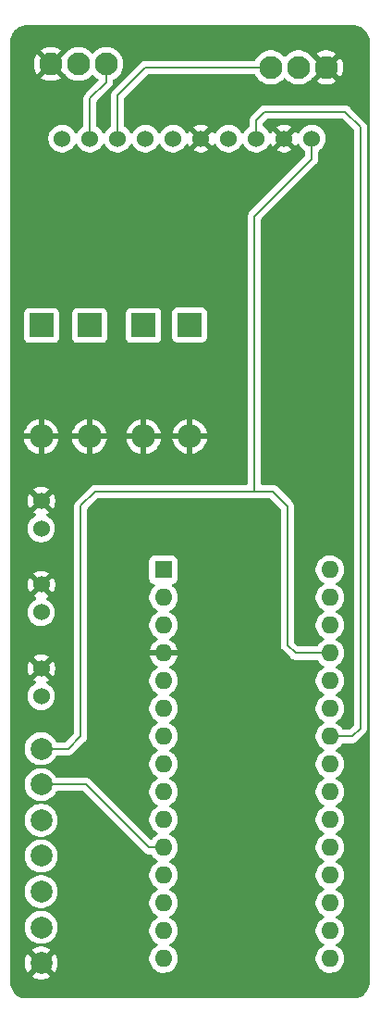
<source format=gbr>
%TF.GenerationSoftware,KiCad,Pcbnew,9.0.3*%
%TF.CreationDate,2025-09-22T17:12:55+10:00*%
%TF.ProjectId,BiasMeter_InputProtection_v3,42696173-4d65-4746-9572-5f496e707574,v3*%
%TF.SameCoordinates,Original*%
%TF.FileFunction,Copper,L2,Bot*%
%TF.FilePolarity,Positive*%
%FSLAX46Y46*%
G04 Gerber Fmt 4.6, Leading zero omitted, Abs format (unit mm)*
G04 Created by KiCad (PCBNEW 9.0.3) date 2025-09-22 17:12:55*
%MOMM*%
%LPD*%
G01*
G04 APERTURE LIST*
%TA.AperFunction,ComponentPad*%
%ADD10R,2.200000X2.200000*%
%TD*%
%TA.AperFunction,ComponentPad*%
%ADD11O,2.200000X2.200000*%
%TD*%
%TA.AperFunction,ComponentPad*%
%ADD12C,2.000000*%
%TD*%
%TA.AperFunction,ComponentPad*%
%ADD13C,1.524000*%
%TD*%
%TA.AperFunction,ComponentPad*%
%ADD14C,2.100000*%
%TD*%
%TA.AperFunction,ComponentPad*%
%ADD15R,1.600000X1.600000*%
%TD*%
%TA.AperFunction,ComponentPad*%
%ADD16O,1.600000X1.600000*%
%TD*%
%TA.AperFunction,Conductor*%
%ADD17C,0.200000*%
%TD*%
G04 APERTURE END LIST*
D10*
%TO.P,DZA0,1,K*%
%TO.N,Net-(A1-Pin_2)*%
X118400000Y-86400000D03*
D11*
%TO.P,DZA0,2,A*%
%TO.N,GND*%
X118400000Y-96560000D03*
%TD*%
D12*
%TO.P,O6,1,Pin_1*%
%TO.N,Net-(A0-D8)*%
X104800000Y-128410000D03*
%TD*%
D13*
%TO.P,SW2,1*%
%TO.N,Net-(A0-D6)*%
X104800000Y-112675000D03*
%TO.P,SW2,2*%
%TO.N,GND*%
X104820000Y-110135000D03*
%TD*%
%TO.P,SW3,1*%
%TO.N,Net-(A0-D7)*%
X104800000Y-120340000D03*
%TO.P,SW3,2*%
%TO.N,GND*%
X104820000Y-117800000D03*
%TD*%
D10*
%TO.P,DZA3,1,K*%
%TO.N,Net-(B1-Pin_2)*%
X104820000Y-86430000D03*
D11*
%TO.P,DZA3,2,A*%
%TO.N,GND*%
X104820000Y-96590000D03*
%TD*%
D14*
%TO.P,A1,1,Pin_1*%
%TO.N,Net-(A1-Pin_1)*%
X125815000Y-62825000D03*
%TO.P,A1,2,Pin_2*%
%TO.N,Net-(A1-Pin_2)*%
X128355000Y-62825000D03*
%TO.P,A1,3,Pin_3*%
%TO.N,GND*%
X130895000Y-62825000D03*
%TD*%
D15*
%TO.P,A0,1,D1/TX*%
%TO.N,unconnected-(A0-D1{slash}TX-Pad1)*%
X116000000Y-108780000D03*
D16*
%TO.P,A0,2,D0/RX*%
%TO.N,unconnected-(A0-D0{slash}RX-Pad2)*%
X116000000Y-111320000D03*
%TO.P,A0,3,~{RESET}*%
%TO.N,unconnected-(A0-~{RESET}-Pad3)*%
X116000000Y-113860000D03*
%TO.P,A0,4,GND*%
%TO.N,GND*%
X116000000Y-116400000D03*
%TO.P,A0,5,D2*%
%TO.N,unconnected-(A0-D2-Pad5)*%
X116000000Y-118940000D03*
%TO.P,A0,6,D3*%
%TO.N,unconnected-(A0-D3-Pad6)*%
X116000000Y-121480000D03*
%TO.P,A0,7,D4*%
%TO.N,unconnected-(A0-D4-Pad7)*%
X116000000Y-124020000D03*
%TO.P,A0,8,D5*%
%TO.N,Net-(A0-D5)*%
X116000000Y-126560000D03*
%TO.P,A0,9,D6*%
%TO.N,Net-(A0-D6)*%
X116000000Y-129100000D03*
%TO.P,A0,10,D7*%
%TO.N,Net-(A0-D7)*%
X116000000Y-131640000D03*
%TO.P,A0,11,D8*%
%TO.N,Net-(A0-D8)*%
X116000000Y-134180000D03*
%TO.P,A0,12,D9*%
%TO.N,Net-(A0-D9)*%
X116000000Y-136720000D03*
%TO.P,A0,13,D10*%
%TO.N,Net-(A0-D10)*%
X116000000Y-139260000D03*
%TO.P,A0,14,D11*%
%TO.N,Net-(A0-D11)*%
X116000000Y-141800000D03*
%TO.P,A0,15,D12*%
%TO.N,unconnected-(A0-D12-Pad15)*%
X116000000Y-144340000D03*
%TO.P,A0,16,D13*%
%TO.N,Net-(A0-D13)*%
X131240000Y-144340000D03*
%TO.P,A0,17,3V3*%
%TO.N,unconnected-(A0-3V3-Pad17)*%
X131240000Y-141800000D03*
%TO.P,A0,18,AREF*%
%TO.N,unconnected-(A0-AREF-Pad18)*%
X131240000Y-139260000D03*
%TO.P,A0,19,A0*%
%TO.N,unconnected-(A0-A0-Pad19)*%
X131240000Y-136720000D03*
%TO.P,A0,20,A1*%
%TO.N,unconnected-(A0-A1-Pad20)*%
X131240000Y-134180000D03*
%TO.P,A0,21,A2*%
%TO.N,unconnected-(A0-A2-Pad21)*%
X131240000Y-131640000D03*
%TO.P,A0,22,A3*%
%TO.N,unconnected-(A0-A3-Pad22)*%
X131240000Y-129100000D03*
%TO.P,A0,23,A4*%
%TO.N,Net-(A0-A4)*%
X131240000Y-126560000D03*
%TO.P,A0,24,A5*%
%TO.N,Net-(A0-A5)*%
X131240000Y-124020000D03*
%TO.P,A0,25,A6*%
%TO.N,unconnected-(A0-A6-Pad25)*%
X131240000Y-121480000D03*
%TO.P,A0,26,A7*%
%TO.N,unconnected-(A0-A7-Pad26)*%
X131240000Y-118940000D03*
%TO.P,A0,27,+5V*%
%TO.N,5v*%
X131240000Y-116400000D03*
%TO.P,A0,28,~{RESET}*%
%TO.N,unconnected-(A0-~{RESET}-Pad28)*%
X131240000Y-113860000D03*
%TO.P,A0,29,GND*%
%TO.N,unconnected-(A0-GND-Pad29)*%
X131240000Y-111320000D03*
%TO.P,A0,30,VIN*%
%TO.N,unconnected-(A0-VIN-Pad30)*%
X131240000Y-108780000D03*
%TD*%
D12*
%TO.P,O2,1,Pin_1*%
%TO.N,Net-(A0-D13)*%
X104800000Y-141470000D03*
%TD*%
D13*
%TO.P,SW1,1*%
%TO.N,Net-(A0-D5)*%
X104800000Y-105010000D03*
%TO.P,SW1,2*%
%TO.N,GND*%
X104820000Y-102470000D03*
%TD*%
D12*
%TO.P,O5,1,Pin_1*%
%TO.N,Net-(A0-D9)*%
X104800000Y-131675000D03*
%TD*%
D14*
%TO.P,B1,1,Pin_1*%
%TO.N,GND*%
X105690000Y-62530000D03*
%TO.P,B1,2,Pin_2*%
%TO.N,Net-(B1-Pin_2)*%
X108230000Y-62530000D03*
%TO.P,B1,3,Pin_3*%
%TO.N,Net-(B1-Pin_3)*%
X110770000Y-62530000D03*
%TD*%
D12*
%TO.P,O3,1,Pin_1*%
%TO.N,Net-(A0-D11)*%
X104800000Y-138205000D03*
%TD*%
D13*
%TO.P,U1,1,ADDR*%
%TO.N,GND*%
X119425000Y-69339500D03*
%TO.P,U1,2,ALERT/RDY*%
%TO.N,unconnected-(U1-ALERT{slash}RDY-Pad2)*%
X116885000Y-69339500D03*
%TO.P,U1,3,GND*%
%TO.N,GND*%
X127045000Y-69339500D03*
%TO.P,U1,4,AIN0*%
%TO.N,Net-(A1-Pin_2)*%
X114345000Y-69339500D03*
%TO.P,U1,5,AIN1*%
%TO.N,Net-(A1-Pin_1)*%
X111805000Y-69339500D03*
%TO.P,U1,6,AIN2*%
%TO.N,Net-(B1-Pin_3)*%
X109265000Y-69339500D03*
%TO.P,U1,7,AIN3*%
%TO.N,Net-(B1-Pin_2)*%
X106725000Y-69339500D03*
%TO.P,U1,8,VDD*%
%TO.N,5v*%
X129585000Y-69339500D03*
%TO.P,U1,9,SDA*%
%TO.N,Net-(A0-A4)*%
X121965000Y-69339500D03*
%TO.P,U1,10,SCL*%
%TO.N,Net-(A0-A5)*%
X124505000Y-69339500D03*
%TD*%
D12*
%TO.P,O4,1,Pin_1*%
%TO.N,Net-(A0-D10)*%
X104800000Y-134940000D03*
%TD*%
D10*
%TO.P,DZA1,1,K*%
%TO.N,Net-(A1-Pin_1)*%
X114180000Y-86430000D03*
D11*
%TO.P,DZA1,2,A*%
%TO.N,GND*%
X114180000Y-96590000D03*
%TD*%
D10*
%TO.P,DZA2,1,K*%
%TO.N,Net-(B1-Pin_3)*%
X109235000Y-86430000D03*
D11*
%TO.P,DZA2,2,A*%
%TO.N,GND*%
X109235000Y-96590000D03*
%TD*%
D12*
%TO.P,O7,1,Pin_1*%
%TO.N,5v*%
X104800000Y-125145000D03*
%TD*%
%TO.P,O1,1,Pin_1*%
%TO.N,GND*%
X104800000Y-144735000D03*
%TD*%
D17*
%TO.N,Net-(A0-D8)*%
X114695000Y-134180000D02*
X116000000Y-134180000D01*
X108925000Y-128410000D02*
X114695000Y-134180000D01*
X104800000Y-128410000D02*
X108925000Y-128410000D01*
%TO.N,Net-(A0-A5)*%
X125255000Y-66900000D02*
X124505000Y-67650000D01*
X134030000Y-123270000D02*
X134030000Y-68280000D01*
X124505000Y-67650000D02*
X124505000Y-69339500D01*
X131240000Y-124020000D02*
X133280000Y-124020000D01*
X134030000Y-68280000D02*
X132650000Y-66900000D01*
X132650000Y-66900000D02*
X125255000Y-66900000D01*
X133280000Y-124020000D02*
X134030000Y-123270000D01*
%TO.N,5v*%
X129585000Y-71205000D02*
X124325000Y-76465000D01*
X108415000Y-124015000D02*
X108415000Y-102930000D01*
X107285000Y-125145000D02*
X108415000Y-124015000D01*
X125990000Y-101600000D02*
X127345000Y-102955000D01*
X109745000Y-101600000D02*
X125990000Y-101600000D01*
X128090000Y-116400000D02*
X131240000Y-116400000D01*
X127345000Y-102955000D02*
X127345000Y-115655000D01*
X124325000Y-76465000D02*
X124325000Y-101600000D01*
X108415000Y-102930000D02*
X109745000Y-101600000D01*
X129585000Y-69339500D02*
X129585000Y-71205000D01*
X104800000Y-125145000D02*
X107285000Y-125145000D01*
X127345000Y-115655000D02*
X128090000Y-116400000D01*
%TO.N,Net-(A1-Pin_1)*%
X125815000Y-62825000D02*
X114341925Y-62825000D01*
X114341925Y-62825000D02*
X111805000Y-65361925D01*
X111805000Y-65361925D02*
X111805000Y-69339500D01*
%TO.N,Net-(B1-Pin_3)*%
X110815000Y-62545000D02*
X110770000Y-62590000D01*
X110770000Y-64170000D02*
X109265000Y-65675000D01*
X110770000Y-62590000D02*
X110770000Y-64170000D01*
X109265000Y-65675000D02*
X109265000Y-69339500D01*
%TD*%
%TA.AperFunction,Conductor*%
%TO.N,GND*%
G36*
X132416942Y-67520185D02*
G01*
X132437584Y-67536819D01*
X133393181Y-68492416D01*
X133426666Y-68553739D01*
X133429500Y-68580097D01*
X133429500Y-122969903D01*
X133409815Y-123036942D01*
X133393181Y-123057584D01*
X133067584Y-123383181D01*
X133006261Y-123416666D01*
X132979903Y-123419500D01*
X132469602Y-123419500D01*
X132402563Y-123399815D01*
X132359117Y-123351795D01*
X132357722Y-123349057D01*
X132352287Y-123338390D01*
X132352285Y-123338387D01*
X132352284Y-123338385D01*
X132231971Y-123172786D01*
X132087213Y-123028028D01*
X131921614Y-122907715D01*
X131915006Y-122904348D01*
X131828917Y-122860483D01*
X131778123Y-122812511D01*
X131761328Y-122744690D01*
X131783865Y-122678555D01*
X131828917Y-122639516D01*
X131921610Y-122592287D01*
X131942770Y-122576913D01*
X132087213Y-122471971D01*
X132087215Y-122471968D01*
X132087219Y-122471966D01*
X132231966Y-122327219D01*
X132231968Y-122327215D01*
X132231971Y-122327213D01*
X132284732Y-122254590D01*
X132352287Y-122161610D01*
X132445220Y-121979219D01*
X132508477Y-121784534D01*
X132540500Y-121582352D01*
X132540500Y-121377648D01*
X132508477Y-121175466D01*
X132504252Y-121162464D01*
X132445218Y-120980776D01*
X132411503Y-120914607D01*
X132352287Y-120798390D01*
X132344556Y-120787749D01*
X132231971Y-120632786D01*
X132087213Y-120488028D01*
X131921614Y-120367715D01*
X131915006Y-120364348D01*
X131828917Y-120320483D01*
X131778123Y-120272511D01*
X131761328Y-120204690D01*
X131783865Y-120138555D01*
X131828917Y-120099516D01*
X131921610Y-120052287D01*
X131942770Y-120036913D01*
X132087213Y-119931971D01*
X132087215Y-119931968D01*
X132087219Y-119931966D01*
X132231966Y-119787219D01*
X132231968Y-119787215D01*
X132231971Y-119787213D01*
X132311096Y-119678305D01*
X132352287Y-119621610D01*
X132445220Y-119439219D01*
X132508477Y-119244534D01*
X132540500Y-119042352D01*
X132540500Y-118837648D01*
X132508477Y-118635466D01*
X132445220Y-118440781D01*
X132445218Y-118440778D01*
X132445218Y-118440776D01*
X132411503Y-118374607D01*
X132352287Y-118258390D01*
X132344556Y-118247749D01*
X132231971Y-118092786D01*
X132087213Y-117948028D01*
X131921614Y-117827715D01*
X131867218Y-117799999D01*
X131828917Y-117780483D01*
X131778123Y-117732511D01*
X131761328Y-117664690D01*
X131783865Y-117598555D01*
X131828917Y-117559516D01*
X131921610Y-117512287D01*
X131945233Y-117495124D01*
X132087213Y-117391971D01*
X132087215Y-117391968D01*
X132087219Y-117391966D01*
X132231966Y-117247219D01*
X132231968Y-117247215D01*
X132231971Y-117247213D01*
X132284732Y-117174590D01*
X132352287Y-117081610D01*
X132445220Y-116899219D01*
X132508477Y-116704534D01*
X132540500Y-116502352D01*
X132540500Y-116297648D01*
X132526144Y-116207007D01*
X132508477Y-116095465D01*
X132445281Y-115900970D01*
X132445220Y-115900781D01*
X132445218Y-115900778D01*
X132445218Y-115900776D01*
X132411503Y-115834607D01*
X132352287Y-115718390D01*
X132344556Y-115707749D01*
X132231971Y-115552786D01*
X132087213Y-115408028D01*
X131921614Y-115287715D01*
X131915006Y-115284348D01*
X131828917Y-115240483D01*
X131778123Y-115192511D01*
X131761328Y-115124690D01*
X131783865Y-115058555D01*
X131828917Y-115019516D01*
X131921610Y-114972287D01*
X131942770Y-114956913D01*
X132087213Y-114851971D01*
X132087215Y-114851968D01*
X132087219Y-114851966D01*
X132231966Y-114707219D01*
X132231968Y-114707215D01*
X132231971Y-114707213D01*
X132284732Y-114634590D01*
X132352287Y-114541610D01*
X132445220Y-114359219D01*
X132508477Y-114164534D01*
X132540500Y-113962352D01*
X132540500Y-113757648D01*
X132508477Y-113555466D01*
X132445220Y-113360781D01*
X132445218Y-113360778D01*
X132445218Y-113360776D01*
X132411503Y-113294607D01*
X132352287Y-113178390D01*
X132338659Y-113159632D01*
X132231971Y-113012786D01*
X132087213Y-112868028D01*
X131921614Y-112747715D01*
X131915006Y-112744348D01*
X131828917Y-112700483D01*
X131778123Y-112652511D01*
X131761328Y-112584690D01*
X131783865Y-112518555D01*
X131828917Y-112479516D01*
X131921610Y-112432287D01*
X131994456Y-112379362D01*
X132087213Y-112311971D01*
X132087215Y-112311968D01*
X132087219Y-112311966D01*
X132231966Y-112167219D01*
X132231968Y-112167215D01*
X132231971Y-112167213D01*
X132343789Y-112013306D01*
X132352287Y-112001610D01*
X132445220Y-111819219D01*
X132508477Y-111624534D01*
X132540500Y-111422352D01*
X132540500Y-111217648D01*
X132508477Y-111015466D01*
X132445220Y-110820781D01*
X132445218Y-110820778D01*
X132445218Y-110820776D01*
X132411503Y-110754607D01*
X132352287Y-110638390D01*
X132338517Y-110619437D01*
X132231971Y-110472786D01*
X132087213Y-110328028D01*
X131921614Y-110207715D01*
X131877347Y-110185160D01*
X131828917Y-110160483D01*
X131778123Y-110112511D01*
X131761328Y-110044690D01*
X131783865Y-109978555D01*
X131828917Y-109939516D01*
X131921610Y-109892287D01*
X132007171Y-109830124D01*
X132087213Y-109771971D01*
X132087215Y-109771968D01*
X132087219Y-109771966D01*
X132231966Y-109627219D01*
X132231968Y-109627215D01*
X132231971Y-109627213D01*
X132284732Y-109554590D01*
X132352287Y-109461610D01*
X132445220Y-109279219D01*
X132508477Y-109084534D01*
X132540500Y-108882352D01*
X132540500Y-108677648D01*
X132508477Y-108475466D01*
X132445220Y-108280781D01*
X132445218Y-108280778D01*
X132445218Y-108280776D01*
X132411503Y-108214607D01*
X132352287Y-108098390D01*
X132344556Y-108087749D01*
X132231971Y-107932786D01*
X132087213Y-107788028D01*
X131921613Y-107667715D01*
X131921612Y-107667714D01*
X131921610Y-107667713D01*
X131864653Y-107638691D01*
X131739223Y-107574781D01*
X131544534Y-107511522D01*
X131369995Y-107483878D01*
X131342352Y-107479500D01*
X131137648Y-107479500D01*
X131113329Y-107483351D01*
X130935465Y-107511522D01*
X130740776Y-107574781D01*
X130558386Y-107667715D01*
X130392786Y-107788028D01*
X130248028Y-107932786D01*
X130127715Y-108098386D01*
X130034781Y-108280776D01*
X129971522Y-108475465D01*
X129939500Y-108677648D01*
X129939500Y-108882351D01*
X129971522Y-109084534D01*
X130034781Y-109279223D01*
X130127715Y-109461613D01*
X130248028Y-109627213D01*
X130392786Y-109771971D01*
X130485701Y-109839476D01*
X130558390Y-109892287D01*
X130647212Y-109937544D01*
X130651080Y-109939515D01*
X130701876Y-109987490D01*
X130718671Y-110055311D01*
X130696134Y-110121446D01*
X130651080Y-110160485D01*
X130558386Y-110207715D01*
X130392786Y-110328028D01*
X130248028Y-110472786D01*
X130127715Y-110638386D01*
X130034781Y-110820776D01*
X129971522Y-111015465D01*
X129939500Y-111217648D01*
X129939500Y-111422351D01*
X129971522Y-111624534D01*
X130034781Y-111819223D01*
X130127715Y-112001613D01*
X130248028Y-112167213D01*
X130392786Y-112311971D01*
X130547749Y-112424556D01*
X130558390Y-112432287D01*
X130649840Y-112478883D01*
X130651080Y-112479515D01*
X130701876Y-112527490D01*
X130718671Y-112595311D01*
X130696134Y-112661446D01*
X130651080Y-112700485D01*
X130558386Y-112747715D01*
X130392786Y-112868028D01*
X130248028Y-113012786D01*
X130127715Y-113178386D01*
X130034781Y-113360776D01*
X129971522Y-113555465D01*
X129939500Y-113757648D01*
X129939500Y-113962351D01*
X129971522Y-114164534D01*
X130034781Y-114359223D01*
X130127715Y-114541613D01*
X130248028Y-114707213D01*
X130392786Y-114851971D01*
X130547749Y-114964556D01*
X130558390Y-114972287D01*
X130649840Y-115018883D01*
X130651080Y-115019515D01*
X130701876Y-115067490D01*
X130718671Y-115135311D01*
X130696134Y-115201446D01*
X130651080Y-115240485D01*
X130558386Y-115287715D01*
X130392786Y-115408028D01*
X130248028Y-115552786D01*
X130127715Y-115718385D01*
X130120883Y-115731795D01*
X130072909Y-115782591D01*
X130010398Y-115799500D01*
X128390097Y-115799500D01*
X128323058Y-115779815D01*
X128302416Y-115763181D01*
X127981819Y-115442584D01*
X127948334Y-115381261D01*
X127945500Y-115354903D01*
X127945500Y-102875945D01*
X127945500Y-102875943D01*
X127904577Y-102723216D01*
X127861207Y-102648096D01*
X127825524Y-102586290D01*
X127825521Y-102586286D01*
X127825520Y-102586284D01*
X127713716Y-102474480D01*
X127713715Y-102474479D01*
X127709385Y-102470149D01*
X127709374Y-102470139D01*
X126477590Y-101238355D01*
X126477588Y-101238352D01*
X126358717Y-101119481D01*
X126358716Y-101119480D01*
X126271904Y-101069360D01*
X126271904Y-101069359D01*
X126271900Y-101069358D01*
X126221785Y-101040423D01*
X126069057Y-100999499D01*
X125910943Y-100999499D01*
X125903347Y-100999499D01*
X125903331Y-100999500D01*
X125049500Y-100999500D01*
X124982461Y-100979815D01*
X124936706Y-100927011D01*
X124925500Y-100875500D01*
X124925500Y-76765096D01*
X124945185Y-76698057D01*
X124961814Y-76677420D01*
X129943506Y-71695727D01*
X129943511Y-71695724D01*
X129953714Y-71685520D01*
X129953716Y-71685520D01*
X130065520Y-71573716D01*
X130144577Y-71436784D01*
X130185500Y-71284057D01*
X130185500Y-70526230D01*
X130205185Y-70459191D01*
X130242866Y-70422308D01*
X130242752Y-70422151D01*
X130243823Y-70421372D01*
X130244715Y-70420500D01*
X130246690Y-70419289D01*
X130246689Y-70419289D01*
X130246694Y-70419287D01*
X130407464Y-70302481D01*
X130547981Y-70161964D01*
X130664787Y-70001194D01*
X130755005Y-69824132D01*
X130816413Y-69635136D01*
X130847500Y-69438861D01*
X130847500Y-69240139D01*
X130816413Y-69043864D01*
X130755005Y-68854868D01*
X130755005Y-68854867D01*
X130709035Y-68764649D01*
X130664787Y-68677806D01*
X130547981Y-68517036D01*
X130407464Y-68376519D01*
X130246694Y-68259713D01*
X130240508Y-68256561D01*
X130069632Y-68169494D01*
X130069629Y-68169493D01*
X129880637Y-68108087D01*
X129782498Y-68092543D01*
X129684361Y-68077000D01*
X129485639Y-68077000D01*
X129420214Y-68087362D01*
X129289362Y-68108087D01*
X129100370Y-68169493D01*
X129100367Y-68169494D01*
X128923305Y-68259713D01*
X128762533Y-68376521D01*
X128622021Y-68517033D01*
X128505213Y-68677805D01*
X128425204Y-68834831D01*
X128377229Y-68885627D01*
X128309408Y-68902422D01*
X128243273Y-68879884D01*
X128204234Y-68834831D01*
X128124358Y-68678067D01*
X128097268Y-68640783D01*
X127426000Y-69312051D01*
X127426000Y-69289340D01*
X127400036Y-69192439D01*
X127349876Y-69105560D01*
X127278940Y-69034624D01*
X127192061Y-68984464D01*
X127095160Y-68958500D01*
X127072447Y-68958500D01*
X127743716Y-68287231D01*
X127743715Y-68287230D01*
X127706432Y-68260141D01*
X127529437Y-68169957D01*
X127340522Y-68108575D01*
X127144321Y-68077500D01*
X126945679Y-68077500D01*
X126749479Y-68108575D01*
X126749476Y-68108575D01*
X126560562Y-68169957D01*
X126383564Y-68260143D01*
X126346283Y-68287229D01*
X126346282Y-68287230D01*
X127017554Y-68958500D01*
X126994840Y-68958500D01*
X126897939Y-68984464D01*
X126811060Y-69034624D01*
X126740124Y-69105560D01*
X126689964Y-69192439D01*
X126664000Y-69289340D01*
X126664000Y-69312052D01*
X125992730Y-68640782D01*
X125992729Y-68640783D01*
X125965641Y-68678066D01*
X125885764Y-68834832D01*
X125837790Y-68885627D01*
X125769969Y-68902422D01*
X125703834Y-68879884D01*
X125664796Y-68834832D01*
X125584787Y-68677806D01*
X125467981Y-68517036D01*
X125327464Y-68376519D01*
X125166694Y-68259713D01*
X125166690Y-68259710D01*
X125164715Y-68258500D01*
X125164121Y-68257843D01*
X125162752Y-68256849D01*
X125162960Y-68256561D01*
X125157746Y-68250798D01*
X125148297Y-68246483D01*
X125134703Y-68225331D01*
X125117837Y-68206690D01*
X125115135Y-68194881D01*
X125110523Y-68187705D01*
X125105500Y-68152770D01*
X125105500Y-67950097D01*
X125125185Y-67883058D01*
X125141819Y-67862416D01*
X125467416Y-67536819D01*
X125528739Y-67503334D01*
X125555097Y-67500500D01*
X132349903Y-67500500D01*
X132416942Y-67520185D01*
G37*
%TD.AperFunction*%
%TA.AperFunction,Conductor*%
G36*
X133394418Y-58985816D02*
G01*
X133594561Y-59000130D01*
X133612063Y-59002647D01*
X133803797Y-59044355D01*
X133820755Y-59049334D01*
X134004609Y-59117909D01*
X134020701Y-59125259D01*
X134192904Y-59219288D01*
X134207784Y-59228849D01*
X134364867Y-59346441D01*
X134378237Y-59358027D01*
X134516972Y-59496762D01*
X134528558Y-59510132D01*
X134646146Y-59667210D01*
X134655711Y-59682095D01*
X134749740Y-59854298D01*
X134757090Y-59870390D01*
X134825662Y-60054236D01*
X134830646Y-60071212D01*
X134872351Y-60262931D01*
X134874869Y-60280442D01*
X134889184Y-60480580D01*
X134889500Y-60489427D01*
X134889500Y-146480572D01*
X134889184Y-146489419D01*
X134874869Y-146689557D01*
X134872351Y-146707068D01*
X134830646Y-146898787D01*
X134825662Y-146915763D01*
X134757090Y-147099609D01*
X134749740Y-147115701D01*
X134655711Y-147287904D01*
X134646146Y-147302789D01*
X134528558Y-147459867D01*
X134516972Y-147473237D01*
X134378237Y-147611972D01*
X134364867Y-147623558D01*
X134207789Y-147741146D01*
X134192904Y-147750711D01*
X134020701Y-147844740D01*
X134004609Y-147852090D01*
X133820763Y-147920662D01*
X133803787Y-147925646D01*
X133612068Y-147967351D01*
X133594557Y-147969869D01*
X133413779Y-147982799D01*
X133394417Y-147984184D01*
X133385572Y-147984500D01*
X103464428Y-147984500D01*
X103455582Y-147984184D01*
X103433622Y-147982613D01*
X103255442Y-147969869D01*
X103237931Y-147967351D01*
X103046212Y-147925646D01*
X103029236Y-147920662D01*
X102845390Y-147852090D01*
X102829298Y-147844740D01*
X102657095Y-147750711D01*
X102642210Y-147741146D01*
X102485132Y-147623558D01*
X102471762Y-147611972D01*
X102333027Y-147473237D01*
X102321441Y-147459867D01*
X102203849Y-147302784D01*
X102194288Y-147287904D01*
X102100259Y-147115701D01*
X102092909Y-147099609D01*
X102032091Y-146936551D01*
X102024334Y-146915755D01*
X102019355Y-146898797D01*
X101977647Y-146707063D01*
X101975130Y-146689556D01*
X101960816Y-146489418D01*
X101960500Y-146480572D01*
X101960500Y-144616947D01*
X103300000Y-144616947D01*
X103300000Y-144853052D01*
X103336934Y-145086247D01*
X103409897Y-145310802D01*
X103517087Y-145521174D01*
X103577338Y-145604104D01*
X103577340Y-145604105D01*
X104317037Y-144864408D01*
X104334075Y-144927993D01*
X104399901Y-145042007D01*
X104492993Y-145135099D01*
X104607007Y-145200925D01*
X104670590Y-145217962D01*
X103930893Y-145957658D01*
X104013828Y-146017914D01*
X104224197Y-146125102D01*
X104448752Y-146198065D01*
X104448751Y-146198065D01*
X104681948Y-146235000D01*
X104918052Y-146235000D01*
X105151247Y-146198065D01*
X105375802Y-146125102D01*
X105586163Y-146017918D01*
X105586169Y-146017914D01*
X105669104Y-145957658D01*
X105669105Y-145957658D01*
X104929408Y-145217962D01*
X104992993Y-145200925D01*
X105107007Y-145135099D01*
X105200099Y-145042007D01*
X105265925Y-144927993D01*
X105282962Y-144864409D01*
X106022658Y-145604105D01*
X106022658Y-145604104D01*
X106082914Y-145521169D01*
X106082918Y-145521163D01*
X106190102Y-145310802D01*
X106263065Y-145086247D01*
X106300000Y-144853052D01*
X106300000Y-144616947D01*
X106263065Y-144383752D01*
X106190102Y-144159197D01*
X106082914Y-143948828D01*
X106022658Y-143865894D01*
X106022658Y-143865893D01*
X105282962Y-144605590D01*
X105265925Y-144542007D01*
X105200099Y-144427993D01*
X105107007Y-144334901D01*
X104992993Y-144269075D01*
X104929409Y-144252037D01*
X105669105Y-143512340D01*
X105669104Y-143512338D01*
X105586174Y-143452087D01*
X105375802Y-143344897D01*
X105151247Y-143271934D01*
X105151248Y-143271934D01*
X104918052Y-143235000D01*
X104681948Y-143235000D01*
X104448752Y-143271934D01*
X104224197Y-143344897D01*
X104013830Y-143452084D01*
X103930894Y-143512340D01*
X104670591Y-144252037D01*
X104607007Y-144269075D01*
X104492993Y-144334901D01*
X104399901Y-144427993D01*
X104334075Y-144542007D01*
X104317037Y-144605591D01*
X103577340Y-143865894D01*
X103517084Y-143948830D01*
X103409897Y-144159197D01*
X103336934Y-144383752D01*
X103300000Y-144616947D01*
X101960500Y-144616947D01*
X101960500Y-141351902D01*
X103299500Y-141351902D01*
X103299500Y-141588097D01*
X103336446Y-141821368D01*
X103409433Y-142045996D01*
X103516657Y-142256433D01*
X103655483Y-142447510D01*
X103822490Y-142614517D01*
X104013567Y-142753343D01*
X104089369Y-142791966D01*
X104224003Y-142860566D01*
X104224005Y-142860566D01*
X104224008Y-142860568D01*
X104344412Y-142899689D01*
X104448631Y-142933553D01*
X104681903Y-142970500D01*
X104681908Y-142970500D01*
X104918097Y-142970500D01*
X105151368Y-142933553D01*
X105375992Y-142860568D01*
X105586433Y-142753343D01*
X105777510Y-142614517D01*
X105944517Y-142447510D01*
X106083343Y-142256433D01*
X106190568Y-142045992D01*
X106263553Y-141821368D01*
X106300500Y-141588097D01*
X106300500Y-141351902D01*
X106263553Y-141118631D01*
X106209666Y-140952786D01*
X106190568Y-140894008D01*
X106190566Y-140894005D01*
X106190566Y-140894003D01*
X106134002Y-140782991D01*
X106083343Y-140683567D01*
X105944517Y-140492490D01*
X105777510Y-140325483D01*
X105586433Y-140186657D01*
X105375996Y-140079433D01*
X105151368Y-140006446D01*
X104918097Y-139969500D01*
X104918092Y-139969500D01*
X104681908Y-139969500D01*
X104681903Y-139969500D01*
X104448631Y-140006446D01*
X104224003Y-140079433D01*
X104013566Y-140186657D01*
X103923677Y-140251966D01*
X103822490Y-140325483D01*
X103822488Y-140325485D01*
X103822487Y-140325485D01*
X103655485Y-140492487D01*
X103655485Y-140492488D01*
X103655483Y-140492490D01*
X103627124Y-140531523D01*
X103516657Y-140683566D01*
X103409433Y-140894003D01*
X103336446Y-141118631D01*
X103299500Y-141351902D01*
X101960500Y-141351902D01*
X101960500Y-138086902D01*
X103299500Y-138086902D01*
X103299500Y-138323097D01*
X103336446Y-138556368D01*
X103409433Y-138780996D01*
X103498330Y-138955465D01*
X103516657Y-138991433D01*
X103655483Y-139182510D01*
X103822490Y-139349517D01*
X104013567Y-139488343D01*
X104112991Y-139539002D01*
X104224003Y-139595566D01*
X104224005Y-139595566D01*
X104224008Y-139595568D01*
X104344412Y-139634689D01*
X104448631Y-139668553D01*
X104681903Y-139705500D01*
X104681908Y-139705500D01*
X104918097Y-139705500D01*
X105151368Y-139668553D01*
X105375992Y-139595568D01*
X105586433Y-139488343D01*
X105777510Y-139349517D01*
X105944517Y-139182510D01*
X106083343Y-138991433D01*
X106190568Y-138780992D01*
X106263553Y-138556368D01*
X106286295Y-138412781D01*
X106300500Y-138323097D01*
X106300500Y-138086902D01*
X106263553Y-137853631D01*
X106190566Y-137629003D01*
X106083342Y-137418566D01*
X106071023Y-137401610D01*
X105944517Y-137227490D01*
X105777510Y-137060483D01*
X105586433Y-136921657D01*
X105375996Y-136814433D01*
X105151368Y-136741446D01*
X104918097Y-136704500D01*
X104918092Y-136704500D01*
X104681908Y-136704500D01*
X104681903Y-136704500D01*
X104448631Y-136741446D01*
X104224003Y-136814433D01*
X104013566Y-136921657D01*
X103904550Y-137000862D01*
X103822490Y-137060483D01*
X103822488Y-137060485D01*
X103822487Y-137060485D01*
X103655485Y-137227487D01*
X103655485Y-137227488D01*
X103655483Y-137227490D01*
X103595862Y-137309550D01*
X103516657Y-137418566D01*
X103409433Y-137629003D01*
X103336446Y-137853631D01*
X103299500Y-138086902D01*
X101960500Y-138086902D01*
X101960500Y-134821902D01*
X103299500Y-134821902D01*
X103299500Y-135058097D01*
X103336446Y-135291368D01*
X103409433Y-135515996D01*
X103456166Y-135607713D01*
X103516657Y-135726433D01*
X103655483Y-135917510D01*
X103822490Y-136084517D01*
X104013567Y-136223343D01*
X104112991Y-136274002D01*
X104224003Y-136330566D01*
X104224005Y-136330566D01*
X104224008Y-136330568D01*
X104344412Y-136369689D01*
X104448631Y-136403553D01*
X104681903Y-136440500D01*
X104681908Y-136440500D01*
X104918097Y-136440500D01*
X105151368Y-136403553D01*
X105375992Y-136330568D01*
X105586433Y-136223343D01*
X105777510Y-136084517D01*
X105944517Y-135917510D01*
X106083343Y-135726433D01*
X106190568Y-135515992D01*
X106263553Y-135291368D01*
X106300500Y-135058097D01*
X106300500Y-134821902D01*
X106263553Y-134588631D01*
X106190566Y-134364003D01*
X106083342Y-134153566D01*
X106028184Y-134077648D01*
X105944517Y-133962490D01*
X105777510Y-133795483D01*
X105586433Y-133656657D01*
X105375996Y-133549433D01*
X105151368Y-133476446D01*
X104918097Y-133439500D01*
X104918092Y-133439500D01*
X104681908Y-133439500D01*
X104681903Y-133439500D01*
X104448631Y-133476446D01*
X104224003Y-133549433D01*
X104013566Y-133656657D01*
X103980363Y-133680781D01*
X103822490Y-133795483D01*
X103822488Y-133795485D01*
X103822487Y-133795485D01*
X103655485Y-133962487D01*
X103655485Y-133962488D01*
X103655483Y-133962490D01*
X103595862Y-134044550D01*
X103516657Y-134153566D01*
X103409433Y-134364003D01*
X103336446Y-134588631D01*
X103299500Y-134821902D01*
X101960500Y-134821902D01*
X101960500Y-131556902D01*
X103299500Y-131556902D01*
X103299500Y-131793097D01*
X103336446Y-132026368D01*
X103409433Y-132250996D01*
X103516657Y-132461433D01*
X103655483Y-132652510D01*
X103822490Y-132819517D01*
X104013567Y-132958343D01*
X104112991Y-133009002D01*
X104224003Y-133065566D01*
X104224005Y-133065566D01*
X104224008Y-133065568D01*
X104344412Y-133104689D01*
X104448631Y-133138553D01*
X104681903Y-133175500D01*
X104681908Y-133175500D01*
X104918097Y-133175500D01*
X105151368Y-133138553D01*
X105375992Y-133065568D01*
X105586433Y-132958343D01*
X105777510Y-132819517D01*
X105944517Y-132652510D01*
X106083343Y-132461433D01*
X106190568Y-132250992D01*
X106263553Y-132026368D01*
X106276514Y-131944534D01*
X106300500Y-131793097D01*
X106300500Y-131556902D01*
X106263553Y-131323631D01*
X106190566Y-131099003D01*
X106134002Y-130987991D01*
X106083343Y-130888567D01*
X105944517Y-130697490D01*
X105777510Y-130530483D01*
X105586433Y-130391657D01*
X105540940Y-130368477D01*
X105375996Y-130284433D01*
X105151368Y-130211446D01*
X104918097Y-130174500D01*
X104918092Y-130174500D01*
X104681908Y-130174500D01*
X104681903Y-130174500D01*
X104448631Y-130211446D01*
X104224003Y-130284433D01*
X104013566Y-130391657D01*
X103904550Y-130470862D01*
X103822490Y-130530483D01*
X103822488Y-130530485D01*
X103822487Y-130530485D01*
X103655485Y-130697487D01*
X103655485Y-130697488D01*
X103655483Y-130697490D01*
X103595862Y-130779550D01*
X103516657Y-130888566D01*
X103409433Y-131099003D01*
X103336446Y-131323631D01*
X103299500Y-131556902D01*
X101960500Y-131556902D01*
X101960500Y-128291902D01*
X103299500Y-128291902D01*
X103299500Y-128528097D01*
X103336446Y-128761368D01*
X103409433Y-128985996D01*
X103516657Y-129196433D01*
X103655483Y-129387510D01*
X103822490Y-129554517D01*
X104013567Y-129693343D01*
X104112991Y-129744002D01*
X104224003Y-129800566D01*
X104224005Y-129800566D01*
X104224008Y-129800568D01*
X104344412Y-129839689D01*
X104448631Y-129873553D01*
X104681903Y-129910500D01*
X104681908Y-129910500D01*
X104918097Y-129910500D01*
X105151368Y-129873553D01*
X105375992Y-129800568D01*
X105586433Y-129693343D01*
X105777510Y-129554517D01*
X105944517Y-129387510D01*
X106083343Y-129196433D01*
X106143583Y-129078204D01*
X106191558Y-129027409D01*
X106254068Y-129010500D01*
X108624903Y-129010500D01*
X108691942Y-129030185D01*
X108712584Y-129046819D01*
X114210139Y-134544374D01*
X114210149Y-134544385D01*
X114214479Y-134548715D01*
X114214480Y-134548716D01*
X114326284Y-134660520D01*
X114413095Y-134710639D01*
X114413097Y-134710641D01*
X114463213Y-134739576D01*
X114463215Y-134739577D01*
X114615942Y-134780500D01*
X114615943Y-134780500D01*
X114770398Y-134780500D01*
X114837437Y-134800185D01*
X114880883Y-134848205D01*
X114887715Y-134861614D01*
X115008028Y-135027213D01*
X115152786Y-135171971D01*
X115307749Y-135284556D01*
X115318390Y-135292287D01*
X115409840Y-135338883D01*
X115411080Y-135339515D01*
X115461876Y-135387490D01*
X115478671Y-135455311D01*
X115456134Y-135521446D01*
X115411080Y-135560485D01*
X115318386Y-135607715D01*
X115152786Y-135728028D01*
X115008028Y-135872786D01*
X114887715Y-136038386D01*
X114794781Y-136220776D01*
X114731522Y-136415465D01*
X114699500Y-136617648D01*
X114699500Y-136822351D01*
X114731522Y-137024534D01*
X114794781Y-137219223D01*
X114887715Y-137401613D01*
X115008028Y-137567213D01*
X115152786Y-137711971D01*
X115307749Y-137824556D01*
X115318390Y-137832287D01*
X115409840Y-137878883D01*
X115411080Y-137879515D01*
X115461876Y-137927490D01*
X115478671Y-137995311D01*
X115456134Y-138061446D01*
X115411080Y-138100485D01*
X115318386Y-138147715D01*
X115152786Y-138268028D01*
X115008028Y-138412786D01*
X114887715Y-138578386D01*
X114794781Y-138760776D01*
X114731522Y-138955465D01*
X114699500Y-139157648D01*
X114699500Y-139362351D01*
X114731522Y-139564534D01*
X114794781Y-139759223D01*
X114887715Y-139941613D01*
X115008028Y-140107213D01*
X115152786Y-140251971D01*
X115307749Y-140364556D01*
X115318390Y-140372287D01*
X115409840Y-140418883D01*
X115411080Y-140419515D01*
X115461876Y-140467490D01*
X115478671Y-140535311D01*
X115456134Y-140601446D01*
X115411080Y-140640485D01*
X115318386Y-140687715D01*
X115152786Y-140808028D01*
X115008028Y-140952786D01*
X114887715Y-141118386D01*
X114794781Y-141300776D01*
X114731522Y-141495465D01*
X114699500Y-141697648D01*
X114699500Y-141902351D01*
X114731522Y-142104534D01*
X114794781Y-142299223D01*
X114887715Y-142481613D01*
X115008028Y-142647213D01*
X115152786Y-142791971D01*
X115247204Y-142860568D01*
X115318390Y-142912287D01*
X115409840Y-142958883D01*
X115411080Y-142959515D01*
X115461876Y-143007490D01*
X115478671Y-143075311D01*
X115456134Y-143141446D01*
X115411080Y-143180485D01*
X115318386Y-143227715D01*
X115152786Y-143348028D01*
X115008028Y-143492786D01*
X114887715Y-143658386D01*
X114794781Y-143840776D01*
X114731522Y-144035465D01*
X114699500Y-144237648D01*
X114699500Y-144442351D01*
X114731522Y-144644534D01*
X114794781Y-144839223D01*
X114887715Y-145021613D01*
X115008028Y-145187213D01*
X115152786Y-145331971D01*
X115307749Y-145444556D01*
X115318390Y-145452287D01*
X115434607Y-145511503D01*
X115500776Y-145545218D01*
X115500778Y-145545218D01*
X115500781Y-145545220D01*
X115605137Y-145579127D01*
X115695465Y-145608477D01*
X115796557Y-145624488D01*
X115897648Y-145640500D01*
X115897649Y-145640500D01*
X116102351Y-145640500D01*
X116102352Y-145640500D01*
X116304534Y-145608477D01*
X116499219Y-145545220D01*
X116681610Y-145452287D01*
X116774590Y-145384732D01*
X116847213Y-145331971D01*
X116847215Y-145331968D01*
X116847219Y-145331966D01*
X116991966Y-145187219D01*
X116991968Y-145187215D01*
X116991971Y-145187213D01*
X117065326Y-145086247D01*
X117112287Y-145021610D01*
X117205220Y-144839219D01*
X117268477Y-144644534D01*
X117300500Y-144442352D01*
X117300500Y-144237648D01*
X117268477Y-144035466D01*
X117205220Y-143840781D01*
X117205218Y-143840778D01*
X117205218Y-143840776D01*
X117171503Y-143774607D01*
X117112287Y-143658390D01*
X117104556Y-143647749D01*
X116991971Y-143492786D01*
X116847213Y-143348028D01*
X116681614Y-143227715D01*
X116675006Y-143224348D01*
X116588917Y-143180483D01*
X116538123Y-143132511D01*
X116521328Y-143064690D01*
X116543865Y-142998555D01*
X116588917Y-142959516D01*
X116681610Y-142912287D01*
X116752796Y-142860568D01*
X116847213Y-142791971D01*
X116847215Y-142791968D01*
X116847219Y-142791966D01*
X116991966Y-142647219D01*
X116991968Y-142647215D01*
X116991971Y-142647213D01*
X117044732Y-142574590D01*
X117112287Y-142481610D01*
X117205220Y-142299219D01*
X117268477Y-142104534D01*
X117300500Y-141902352D01*
X117300500Y-141697648D01*
X117268477Y-141495466D01*
X117205220Y-141300781D01*
X117205218Y-141300778D01*
X117205218Y-141300776D01*
X117171503Y-141234607D01*
X117112287Y-141118390D01*
X117104556Y-141107749D01*
X116991971Y-140952786D01*
X116847213Y-140808028D01*
X116681614Y-140687715D01*
X116673471Y-140683566D01*
X116588917Y-140640483D01*
X116538123Y-140592511D01*
X116521328Y-140524690D01*
X116543865Y-140458555D01*
X116588917Y-140419516D01*
X116681610Y-140372287D01*
X116746031Y-140325483D01*
X116847213Y-140251971D01*
X116847215Y-140251968D01*
X116847219Y-140251966D01*
X116991966Y-140107219D01*
X116991968Y-140107215D01*
X116991971Y-140107213D01*
X117044732Y-140034590D01*
X117112287Y-139941610D01*
X117205220Y-139759219D01*
X117268477Y-139564534D01*
X117300500Y-139362352D01*
X117300500Y-139157648D01*
X117268477Y-138955466D01*
X117205220Y-138760781D01*
X117205218Y-138760778D01*
X117205218Y-138760776D01*
X117171503Y-138694607D01*
X117112287Y-138578390D01*
X117096287Y-138556368D01*
X116991971Y-138412786D01*
X116847213Y-138268028D01*
X116681614Y-138147715D01*
X116675006Y-138144348D01*
X116588917Y-138100483D01*
X116538123Y-138052511D01*
X116521328Y-137984690D01*
X116543865Y-137918555D01*
X116588917Y-137879516D01*
X116681610Y-137832287D01*
X116702770Y-137816913D01*
X116847213Y-137711971D01*
X116847215Y-137711968D01*
X116847219Y-137711966D01*
X116991966Y-137567219D01*
X116991968Y-137567215D01*
X116991971Y-137567213D01*
X117044732Y-137494590D01*
X117112287Y-137401610D01*
X117205220Y-137219219D01*
X117268477Y-137024534D01*
X117300500Y-136822352D01*
X117300500Y-136617648D01*
X117268477Y-136415466D01*
X117264606Y-136403553D01*
X117205218Y-136220776D01*
X117171503Y-136154607D01*
X117112287Y-136038390D01*
X117104556Y-136027749D01*
X116991971Y-135872786D01*
X116847213Y-135728028D01*
X116681614Y-135607715D01*
X116675006Y-135604348D01*
X116588917Y-135560483D01*
X116538123Y-135512511D01*
X116521328Y-135444690D01*
X116543865Y-135378555D01*
X116588917Y-135339516D01*
X116681610Y-135292287D01*
X116702770Y-135276913D01*
X116847213Y-135171971D01*
X116847215Y-135171968D01*
X116847219Y-135171966D01*
X116991966Y-135027219D01*
X116991968Y-135027215D01*
X116991971Y-135027213D01*
X117044732Y-134954590D01*
X117112287Y-134861610D01*
X117205220Y-134679219D01*
X117268477Y-134484534D01*
X117300500Y-134282352D01*
X117300500Y-134077648D01*
X117268477Y-133875465D01*
X117205218Y-133680776D01*
X117171503Y-133614607D01*
X117112287Y-133498390D01*
X117096344Y-133476446D01*
X116991971Y-133332786D01*
X116847213Y-133188028D01*
X116681614Y-133067715D01*
X116675006Y-133064348D01*
X116588917Y-133020483D01*
X116538123Y-132972511D01*
X116521328Y-132904690D01*
X116543865Y-132838555D01*
X116588917Y-132799516D01*
X116681610Y-132752287D01*
X116818940Y-132652512D01*
X116847213Y-132631971D01*
X116847215Y-132631968D01*
X116847219Y-132631966D01*
X116991966Y-132487219D01*
X116991968Y-132487215D01*
X116991971Y-132487213D01*
X117044732Y-132414590D01*
X117112287Y-132321610D01*
X117205220Y-132139219D01*
X117268477Y-131944534D01*
X117300500Y-131742352D01*
X117300500Y-131537648D01*
X117268477Y-131335466D01*
X117205220Y-131140781D01*
X117205218Y-131140778D01*
X117205218Y-131140776D01*
X117171503Y-131074607D01*
X117112287Y-130958390D01*
X117104556Y-130947749D01*
X116991971Y-130792786D01*
X116847213Y-130648028D01*
X116681614Y-130527715D01*
X116675006Y-130524348D01*
X116588917Y-130480483D01*
X116538123Y-130432511D01*
X116521328Y-130364690D01*
X116543865Y-130298555D01*
X116588917Y-130259516D01*
X116681610Y-130212287D01*
X116733620Y-130174500D01*
X116847213Y-130091971D01*
X116847215Y-130091968D01*
X116847219Y-130091966D01*
X116991966Y-129947219D01*
X116991968Y-129947215D01*
X116991971Y-129947213D01*
X117098513Y-129800568D01*
X117112287Y-129781610D01*
X117205220Y-129599219D01*
X117268477Y-129404534D01*
X117300500Y-129202352D01*
X117300500Y-128997648D01*
X117268477Y-128795466D01*
X117205220Y-128600781D01*
X117205218Y-128600778D01*
X117205218Y-128600776D01*
X117168183Y-128528092D01*
X117112287Y-128418390D01*
X117104556Y-128407749D01*
X116991971Y-128252786D01*
X116847213Y-128108028D01*
X116681614Y-127987715D01*
X116675006Y-127984348D01*
X116588917Y-127940483D01*
X116538123Y-127892511D01*
X116521328Y-127824690D01*
X116543865Y-127758555D01*
X116588917Y-127719516D01*
X116681610Y-127672287D01*
X116748668Y-127623567D01*
X116847213Y-127551971D01*
X116847215Y-127551968D01*
X116847219Y-127551966D01*
X116991966Y-127407219D01*
X116991968Y-127407215D01*
X116991971Y-127407213D01*
X117044732Y-127334590D01*
X117112287Y-127241610D01*
X117205220Y-127059219D01*
X117268477Y-126864534D01*
X117300500Y-126662352D01*
X117300500Y-126457648D01*
X117268477Y-126255466D01*
X117205220Y-126060781D01*
X117205218Y-126060778D01*
X117205218Y-126060776D01*
X117171503Y-125994607D01*
X117112287Y-125878390D01*
X117028023Y-125762409D01*
X116991971Y-125712786D01*
X116847213Y-125568028D01*
X116681614Y-125447715D01*
X116675006Y-125444348D01*
X116588917Y-125400483D01*
X116538123Y-125352511D01*
X116521328Y-125284690D01*
X116543865Y-125218555D01*
X116588917Y-125179516D01*
X116681610Y-125132287D01*
X116702770Y-125116913D01*
X116847213Y-125011971D01*
X116847215Y-125011968D01*
X116847219Y-125011966D01*
X116991966Y-124867219D01*
X116991968Y-124867215D01*
X116991971Y-124867213D01*
X117045430Y-124793631D01*
X117112287Y-124701610D01*
X117205220Y-124519219D01*
X117268477Y-124324534D01*
X117300500Y-124122352D01*
X117300500Y-123917648D01*
X117268477Y-123715466D01*
X117205220Y-123520781D01*
X117205218Y-123520778D01*
X117205218Y-123520776D01*
X117171503Y-123454607D01*
X117112287Y-123338390D01*
X117104556Y-123327749D01*
X116991971Y-123172786D01*
X116847213Y-123028028D01*
X116681614Y-122907715D01*
X116675006Y-122904348D01*
X116588917Y-122860483D01*
X116538123Y-122812511D01*
X116521328Y-122744690D01*
X116543865Y-122678555D01*
X116588917Y-122639516D01*
X116681610Y-122592287D01*
X116702770Y-122576913D01*
X116847213Y-122471971D01*
X116847215Y-122471968D01*
X116847219Y-122471966D01*
X116991966Y-122327219D01*
X116991968Y-122327215D01*
X116991971Y-122327213D01*
X117044732Y-122254590D01*
X117112287Y-122161610D01*
X117205220Y-121979219D01*
X117268477Y-121784534D01*
X117300500Y-121582352D01*
X117300500Y-121377648D01*
X117268477Y-121175466D01*
X117264252Y-121162464D01*
X117205218Y-120980776D01*
X117171503Y-120914607D01*
X117112287Y-120798390D01*
X117104556Y-120787749D01*
X116991971Y-120632786D01*
X116847213Y-120488028D01*
X116681614Y-120367715D01*
X116675006Y-120364348D01*
X116588917Y-120320483D01*
X116538123Y-120272511D01*
X116521328Y-120204690D01*
X116543865Y-120138555D01*
X116588917Y-120099516D01*
X116681610Y-120052287D01*
X116702770Y-120036913D01*
X116847213Y-119931971D01*
X116847215Y-119931968D01*
X116847219Y-119931966D01*
X116991966Y-119787219D01*
X116991968Y-119787215D01*
X116991971Y-119787213D01*
X117071096Y-119678305D01*
X117112287Y-119621610D01*
X117205220Y-119439219D01*
X117268477Y-119244534D01*
X117300500Y-119042352D01*
X117300500Y-118837648D01*
X117268477Y-118635466D01*
X117205220Y-118440781D01*
X117205218Y-118440778D01*
X117205218Y-118440776D01*
X117171503Y-118374607D01*
X117112287Y-118258390D01*
X117104556Y-118247749D01*
X116991971Y-118092786D01*
X116847213Y-117948028D01*
X116681611Y-117827713D01*
X116588369Y-117780203D01*
X116537574Y-117732229D01*
X116520779Y-117664407D01*
X116543317Y-117598273D01*
X116588371Y-117559234D01*
X116681347Y-117511861D01*
X116846894Y-117391582D01*
X116846895Y-117391582D01*
X116991582Y-117246895D01*
X116991582Y-117246894D01*
X117111859Y-117081349D01*
X117204755Y-116899029D01*
X117267990Y-116704413D01*
X117276609Y-116650000D01*
X116433012Y-116650000D01*
X116465925Y-116592993D01*
X116500000Y-116465826D01*
X116500000Y-116334174D01*
X116465925Y-116207007D01*
X116433012Y-116150000D01*
X117276609Y-116150000D01*
X117267990Y-116095586D01*
X117204755Y-115900970D01*
X117111859Y-115718650D01*
X116991582Y-115553105D01*
X116991582Y-115553104D01*
X116846895Y-115408417D01*
X116681349Y-115288140D01*
X116588370Y-115240765D01*
X116537574Y-115192790D01*
X116520779Y-115124969D01*
X116543316Y-115058835D01*
X116588370Y-115019795D01*
X116588920Y-115019515D01*
X116681610Y-114972287D01*
X116702770Y-114956913D01*
X116847213Y-114851971D01*
X116847215Y-114851968D01*
X116847219Y-114851966D01*
X116991966Y-114707219D01*
X116991968Y-114707215D01*
X116991971Y-114707213D01*
X117044732Y-114634590D01*
X117112287Y-114541610D01*
X117205220Y-114359219D01*
X117268477Y-114164534D01*
X117300500Y-113962352D01*
X117300500Y-113757648D01*
X117268477Y-113555466D01*
X117205220Y-113360781D01*
X117205218Y-113360778D01*
X117205218Y-113360776D01*
X117171503Y-113294607D01*
X117112287Y-113178390D01*
X117098659Y-113159632D01*
X116991971Y-113012786D01*
X116847213Y-112868028D01*
X116681614Y-112747715D01*
X116675006Y-112744348D01*
X116588917Y-112700483D01*
X116538123Y-112652511D01*
X116521328Y-112584690D01*
X116543865Y-112518555D01*
X116588917Y-112479516D01*
X116681610Y-112432287D01*
X116754456Y-112379362D01*
X116847213Y-112311971D01*
X116847215Y-112311968D01*
X116847219Y-112311966D01*
X116991966Y-112167219D01*
X116991968Y-112167215D01*
X116991971Y-112167213D01*
X117103789Y-112013306D01*
X117112287Y-112001610D01*
X117205220Y-111819219D01*
X117268477Y-111624534D01*
X117300500Y-111422352D01*
X117300500Y-111217648D01*
X117268477Y-111015466D01*
X117205220Y-110820781D01*
X117205218Y-110820778D01*
X117205218Y-110820776D01*
X117171503Y-110754607D01*
X117112287Y-110638390D01*
X117098517Y-110619437D01*
X116991971Y-110472786D01*
X116847219Y-110328034D01*
X116810930Y-110301669D01*
X116768264Y-110246339D01*
X116762285Y-110176726D01*
X116794890Y-110114931D01*
X116855728Y-110080573D01*
X116870562Y-110078060D01*
X116907483Y-110074091D01*
X116986311Y-110044690D01*
X117042331Y-110023796D01*
X117157546Y-109937546D01*
X117243796Y-109822331D01*
X117294091Y-109687483D01*
X117300500Y-109627873D01*
X117300499Y-107932128D01*
X117294091Y-107872517D01*
X117243796Y-107737669D01*
X117243795Y-107737668D01*
X117243793Y-107737664D01*
X117157547Y-107622455D01*
X117157544Y-107622452D01*
X117042335Y-107536206D01*
X117042328Y-107536202D01*
X116907482Y-107485908D01*
X116907483Y-107485908D01*
X116847883Y-107479501D01*
X116847881Y-107479500D01*
X116847873Y-107479500D01*
X116847864Y-107479500D01*
X115152129Y-107479500D01*
X115152123Y-107479501D01*
X115092516Y-107485908D01*
X114957671Y-107536202D01*
X114957664Y-107536206D01*
X114842455Y-107622452D01*
X114842452Y-107622455D01*
X114756206Y-107737664D01*
X114756202Y-107737671D01*
X114705908Y-107872517D01*
X114699501Y-107932116D01*
X114699501Y-107932123D01*
X114699500Y-107932135D01*
X114699500Y-109627870D01*
X114699501Y-109627876D01*
X114705908Y-109687483D01*
X114756202Y-109822328D01*
X114756206Y-109822335D01*
X114842452Y-109937544D01*
X114842455Y-109937547D01*
X114957664Y-110023793D01*
X114957671Y-110023797D01*
X114989526Y-110035678D01*
X115092517Y-110074091D01*
X115129441Y-110078060D01*
X115193989Y-110104796D01*
X115233838Y-110162188D01*
X115236333Y-110232013D01*
X115200681Y-110292102D01*
X115189071Y-110301666D01*
X115152784Y-110328030D01*
X115008028Y-110472786D01*
X114887715Y-110638386D01*
X114794781Y-110820776D01*
X114731522Y-111015465D01*
X114699500Y-111217648D01*
X114699500Y-111422351D01*
X114731522Y-111624534D01*
X114794781Y-111819223D01*
X114887715Y-112001613D01*
X115008028Y-112167213D01*
X115152786Y-112311971D01*
X115307749Y-112424556D01*
X115318390Y-112432287D01*
X115409840Y-112478883D01*
X115411080Y-112479515D01*
X115461876Y-112527490D01*
X115478671Y-112595311D01*
X115456134Y-112661446D01*
X115411080Y-112700485D01*
X115318386Y-112747715D01*
X115152786Y-112868028D01*
X115008028Y-113012786D01*
X114887715Y-113178386D01*
X114794781Y-113360776D01*
X114731522Y-113555465D01*
X114699500Y-113757648D01*
X114699500Y-113962351D01*
X114731522Y-114164534D01*
X114794781Y-114359223D01*
X114887715Y-114541613D01*
X115008028Y-114707213D01*
X115152786Y-114851971D01*
X115307749Y-114964556D01*
X115318390Y-114972287D01*
X115390424Y-115008990D01*
X115411629Y-115019795D01*
X115462425Y-115067770D01*
X115479220Y-115135591D01*
X115456682Y-115201726D01*
X115411629Y-115240765D01*
X115318650Y-115288140D01*
X115153105Y-115408417D01*
X115153104Y-115408417D01*
X115008417Y-115553104D01*
X115008417Y-115553105D01*
X114888140Y-115718650D01*
X114795244Y-115900970D01*
X114732009Y-116095586D01*
X114723391Y-116150000D01*
X115566988Y-116150000D01*
X115534075Y-116207007D01*
X115500000Y-116334174D01*
X115500000Y-116465826D01*
X115534075Y-116592993D01*
X115566988Y-116650000D01*
X114723391Y-116650000D01*
X114732009Y-116704413D01*
X114795244Y-116899029D01*
X114888140Y-117081349D01*
X115008417Y-117246894D01*
X115008417Y-117246895D01*
X115153104Y-117391582D01*
X115318652Y-117511861D01*
X115411628Y-117559234D01*
X115462425Y-117607208D01*
X115479220Y-117675029D01*
X115456683Y-117741164D01*
X115411630Y-117780203D01*
X115318388Y-117827713D01*
X115152786Y-117948028D01*
X115008028Y-118092786D01*
X114887715Y-118258386D01*
X114794781Y-118440776D01*
X114731522Y-118635465D01*
X114699500Y-118837648D01*
X114699500Y-119042351D01*
X114731522Y-119244534D01*
X114794781Y-119439223D01*
X114887715Y-119621613D01*
X115008028Y-119787213D01*
X115152786Y-119931971D01*
X115307482Y-120044362D01*
X115318390Y-120052287D01*
X115409840Y-120098883D01*
X115411080Y-120099515D01*
X115461876Y-120147490D01*
X115478671Y-120215311D01*
X115456134Y-120281446D01*
X115411080Y-120320485D01*
X115318386Y-120367715D01*
X115152786Y-120488028D01*
X115008028Y-120632786D01*
X114887715Y-120798386D01*
X114794781Y-120980776D01*
X114731522Y-121175465D01*
X114699500Y-121377648D01*
X114699500Y-121582351D01*
X114731522Y-121784534D01*
X114794781Y-121979223D01*
X114887715Y-122161613D01*
X115008028Y-122327213D01*
X115152786Y-122471971D01*
X115307749Y-122584556D01*
X115318390Y-122592287D01*
X115409840Y-122638883D01*
X115411080Y-122639515D01*
X115461876Y-122687490D01*
X115478671Y-122755311D01*
X115456134Y-122821446D01*
X115411080Y-122860485D01*
X115318386Y-122907715D01*
X115152786Y-123028028D01*
X115008028Y-123172786D01*
X114887715Y-123338386D01*
X114794781Y-123520776D01*
X114731522Y-123715465D01*
X114699500Y-123917648D01*
X114699500Y-124122351D01*
X114731522Y-124324534D01*
X114794781Y-124519223D01*
X114887715Y-124701613D01*
X115008028Y-124867213D01*
X115152786Y-125011971D01*
X115307749Y-125124556D01*
X115318390Y-125132287D01*
X115409840Y-125178883D01*
X115411080Y-125179515D01*
X115461876Y-125227490D01*
X115478671Y-125295311D01*
X115456134Y-125361446D01*
X115411080Y-125400485D01*
X115318386Y-125447715D01*
X115152786Y-125568028D01*
X115008028Y-125712786D01*
X114887715Y-125878386D01*
X114794781Y-126060776D01*
X114731522Y-126255465D01*
X114699500Y-126457648D01*
X114699500Y-126662351D01*
X114731522Y-126864534D01*
X114794781Y-127059223D01*
X114887715Y-127241613D01*
X115008028Y-127407213D01*
X115152786Y-127551971D01*
X115307749Y-127664556D01*
X115318390Y-127672287D01*
X115409840Y-127718883D01*
X115411080Y-127719515D01*
X115461876Y-127767490D01*
X115478671Y-127835311D01*
X115456134Y-127901446D01*
X115411080Y-127940485D01*
X115318386Y-127987715D01*
X115152786Y-128108028D01*
X115008028Y-128252786D01*
X114887715Y-128418386D01*
X114794781Y-128600776D01*
X114731522Y-128795465D01*
X114699500Y-128997648D01*
X114699500Y-129202351D01*
X114731522Y-129404534D01*
X114794781Y-129599223D01*
X114887715Y-129781613D01*
X115008028Y-129947213D01*
X115152786Y-130091971D01*
X115266380Y-130174500D01*
X115318390Y-130212287D01*
X115409840Y-130258883D01*
X115411080Y-130259515D01*
X115461876Y-130307490D01*
X115478671Y-130375311D01*
X115456134Y-130441446D01*
X115411080Y-130480485D01*
X115318386Y-130527715D01*
X115152786Y-130648028D01*
X115008028Y-130792786D01*
X114887715Y-130958386D01*
X114794781Y-131140776D01*
X114731522Y-131335465D01*
X114699500Y-131537648D01*
X114699500Y-131742351D01*
X114731522Y-131944534D01*
X114794781Y-132139223D01*
X114887715Y-132321613D01*
X115008028Y-132487213D01*
X115152786Y-132631971D01*
X115307749Y-132744556D01*
X115318390Y-132752287D01*
X115409840Y-132798883D01*
X115411080Y-132799515D01*
X115461876Y-132847490D01*
X115478671Y-132915311D01*
X115456134Y-132981446D01*
X115411080Y-133020485D01*
X115318386Y-133067715D01*
X115152786Y-133188028D01*
X115008032Y-133332782D01*
X114962492Y-133395463D01*
X114907162Y-133438128D01*
X114837548Y-133444107D01*
X114775753Y-133411501D01*
X114774493Y-133410258D01*
X109412590Y-128048355D01*
X109412588Y-128048352D01*
X109293717Y-127929481D01*
X109293716Y-127929480D01*
X109206904Y-127879360D01*
X109206904Y-127879359D01*
X109206900Y-127879358D01*
X109156785Y-127850423D01*
X109004057Y-127809499D01*
X108845943Y-127809499D01*
X108838347Y-127809499D01*
X108838331Y-127809500D01*
X106254068Y-127809500D01*
X106187029Y-127789815D01*
X106143583Y-127741795D01*
X106108167Y-127672287D01*
X106083343Y-127623567D01*
X105944517Y-127432490D01*
X105777510Y-127265483D01*
X105586433Y-127126657D01*
X105375996Y-127019433D01*
X105151368Y-126946446D01*
X104918097Y-126909500D01*
X104918092Y-126909500D01*
X104681908Y-126909500D01*
X104681903Y-126909500D01*
X104448631Y-126946446D01*
X104224003Y-127019433D01*
X104013566Y-127126657D01*
X103904550Y-127205862D01*
X103822490Y-127265483D01*
X103822488Y-127265485D01*
X103822487Y-127265485D01*
X103655485Y-127432487D01*
X103655485Y-127432488D01*
X103655483Y-127432490D01*
X103595862Y-127514550D01*
X103516657Y-127623566D01*
X103409433Y-127834003D01*
X103336446Y-128058631D01*
X103299500Y-128291902D01*
X101960500Y-128291902D01*
X101960500Y-125026902D01*
X103299500Y-125026902D01*
X103299500Y-125263097D01*
X103336446Y-125496368D01*
X103409433Y-125720996D01*
X103489628Y-125878386D01*
X103516657Y-125931433D01*
X103655483Y-126122510D01*
X103822490Y-126289517D01*
X104013567Y-126428343D01*
X104112991Y-126479002D01*
X104224003Y-126535566D01*
X104224005Y-126535566D01*
X104224008Y-126535568D01*
X104344412Y-126574689D01*
X104448631Y-126608553D01*
X104681903Y-126645500D01*
X104681908Y-126645500D01*
X104918097Y-126645500D01*
X105151368Y-126608553D01*
X105375992Y-126535568D01*
X105586433Y-126428343D01*
X105777510Y-126289517D01*
X105944517Y-126122510D01*
X106083343Y-125931433D01*
X106143583Y-125813204D01*
X106191558Y-125762409D01*
X106254068Y-125745500D01*
X107198331Y-125745500D01*
X107198347Y-125745501D01*
X107205943Y-125745501D01*
X107364054Y-125745501D01*
X107364057Y-125745501D01*
X107516785Y-125704577D01*
X107528209Y-125697980D01*
X107570839Y-125673369D01*
X107570840Y-125673368D01*
X107653716Y-125625520D01*
X107765520Y-125513716D01*
X107765520Y-125513714D01*
X107775724Y-125503511D01*
X107775728Y-125503506D01*
X108773506Y-124505728D01*
X108773511Y-124505724D01*
X108783714Y-124495520D01*
X108783716Y-124495520D01*
X108895520Y-124383716D01*
X108974577Y-124246784D01*
X109015500Y-124094057D01*
X109015500Y-103230097D01*
X109035185Y-103163058D01*
X109051819Y-103142416D01*
X109957416Y-102236819D01*
X110018739Y-102203334D01*
X110045097Y-102200500D01*
X124245943Y-102200500D01*
X124404057Y-102200500D01*
X125689903Y-102200500D01*
X125756942Y-102220185D01*
X125777584Y-102236819D01*
X126708181Y-103167416D01*
X126741666Y-103228739D01*
X126744500Y-103255097D01*
X126744500Y-115568330D01*
X126744499Y-115568348D01*
X126744499Y-115734054D01*
X126744498Y-115734054D01*
X126785423Y-115886785D01*
X126793504Y-115900781D01*
X126793505Y-115900783D01*
X126864477Y-116023712D01*
X126864481Y-116023717D01*
X126983349Y-116142585D01*
X126983355Y-116142590D01*
X127605139Y-116764374D01*
X127605149Y-116764385D01*
X127609479Y-116768715D01*
X127609480Y-116768716D01*
X127721284Y-116880520D01*
X127808095Y-116930639D01*
X127808097Y-116930641D01*
X127846151Y-116952611D01*
X127858215Y-116959577D01*
X128010943Y-117000500D01*
X128169057Y-117000500D01*
X130010398Y-117000500D01*
X130077437Y-117020185D01*
X130120883Y-117068205D01*
X130127715Y-117081614D01*
X130248028Y-117247213D01*
X130392786Y-117391971D01*
X130534767Y-117495124D01*
X130558390Y-117512287D01*
X130649840Y-117558883D01*
X130651080Y-117559515D01*
X130701876Y-117607490D01*
X130718671Y-117675311D01*
X130696134Y-117741446D01*
X130651080Y-117780485D01*
X130558386Y-117827715D01*
X130392786Y-117948028D01*
X130248028Y-118092786D01*
X130127715Y-118258386D01*
X130034781Y-118440776D01*
X129971522Y-118635465D01*
X129939500Y-118837648D01*
X129939500Y-119042351D01*
X129971522Y-119244534D01*
X130034781Y-119439223D01*
X130127715Y-119621613D01*
X130248028Y-119787213D01*
X130392786Y-119931971D01*
X130547482Y-120044362D01*
X130558390Y-120052287D01*
X130649840Y-120098883D01*
X130651080Y-120099515D01*
X130701876Y-120147490D01*
X130718671Y-120215311D01*
X130696134Y-120281446D01*
X130651080Y-120320485D01*
X130558386Y-120367715D01*
X130392786Y-120488028D01*
X130248028Y-120632786D01*
X130127715Y-120798386D01*
X130034781Y-120980776D01*
X129971522Y-121175465D01*
X129939500Y-121377648D01*
X129939500Y-121582351D01*
X129971522Y-121784534D01*
X130034781Y-121979223D01*
X130127715Y-122161613D01*
X130248028Y-122327213D01*
X130392786Y-122471971D01*
X130547749Y-122584556D01*
X130558390Y-122592287D01*
X130649840Y-122638883D01*
X130651080Y-122639515D01*
X130701876Y-122687490D01*
X130718671Y-122755311D01*
X130696134Y-122821446D01*
X130651080Y-122860485D01*
X130558386Y-122907715D01*
X130392786Y-123028028D01*
X130248028Y-123172786D01*
X130127715Y-123338386D01*
X130034781Y-123520776D01*
X129971522Y-123715465D01*
X129939500Y-123917648D01*
X129939500Y-124122351D01*
X129971522Y-124324534D01*
X130034781Y-124519223D01*
X130127715Y-124701613D01*
X130248028Y-124867213D01*
X130392786Y-125011971D01*
X130547749Y-125124556D01*
X130558390Y-125132287D01*
X130649840Y-125178883D01*
X130651080Y-125179515D01*
X130701876Y-125227490D01*
X130718671Y-125295311D01*
X130696134Y-125361446D01*
X130651080Y-125400485D01*
X130558386Y-125447715D01*
X130392786Y-125568028D01*
X130248028Y-125712786D01*
X130127715Y-125878386D01*
X130034781Y-126060776D01*
X129971522Y-126255465D01*
X129939500Y-126457648D01*
X129939500Y-126662351D01*
X129971522Y-126864534D01*
X130034781Y-127059223D01*
X130127715Y-127241613D01*
X130248028Y-127407213D01*
X130392786Y-127551971D01*
X130547749Y-127664556D01*
X130558390Y-127672287D01*
X130649840Y-127718883D01*
X130651080Y-127719515D01*
X130701876Y-127767490D01*
X130718671Y-127835311D01*
X130696134Y-127901446D01*
X130651080Y-127940485D01*
X130558386Y-127987715D01*
X130392786Y-128108028D01*
X130248028Y-128252786D01*
X130127715Y-128418386D01*
X130034781Y-128600776D01*
X129971522Y-128795465D01*
X129939500Y-128997648D01*
X129939500Y-129202351D01*
X129971522Y-129404534D01*
X130034781Y-129599223D01*
X130127715Y-129781613D01*
X130248028Y-129947213D01*
X130392786Y-130091971D01*
X130506380Y-130174500D01*
X130558390Y-130212287D01*
X130649840Y-130258883D01*
X130651080Y-130259515D01*
X130701876Y-130307490D01*
X130718671Y-130375311D01*
X130696134Y-130441446D01*
X130651080Y-130480485D01*
X130558386Y-130527715D01*
X130392786Y-130648028D01*
X130248028Y-130792786D01*
X130127715Y-130958386D01*
X130034781Y-131140776D01*
X129971522Y-131335465D01*
X129939500Y-131537648D01*
X129939500Y-131742351D01*
X129971522Y-131944534D01*
X130034781Y-132139223D01*
X130127715Y-132321613D01*
X130248028Y-132487213D01*
X130392786Y-132631971D01*
X130547749Y-132744556D01*
X130558390Y-132752287D01*
X130649840Y-132798883D01*
X130651080Y-132799515D01*
X130701876Y-132847490D01*
X130718671Y-132915311D01*
X130696134Y-132981446D01*
X130651080Y-133020485D01*
X130558386Y-133067715D01*
X130392786Y-133188028D01*
X130248028Y-133332786D01*
X130127715Y-133498386D01*
X130034781Y-133680776D01*
X129971522Y-133875465D01*
X129939500Y-134077648D01*
X129939500Y-134282351D01*
X129971522Y-134484534D01*
X130034781Y-134679223D01*
X130127715Y-134861613D01*
X130248028Y-135027213D01*
X130392786Y-135171971D01*
X130547749Y-135284556D01*
X130558390Y-135292287D01*
X130649840Y-135338883D01*
X130651080Y-135339515D01*
X130701876Y-135387490D01*
X130718671Y-135455311D01*
X130696134Y-135521446D01*
X130651080Y-135560485D01*
X130558386Y-135607715D01*
X130392786Y-135728028D01*
X130248028Y-135872786D01*
X130127715Y-136038386D01*
X130034781Y-136220776D01*
X129971522Y-136415465D01*
X129939500Y-136617648D01*
X129939500Y-136822351D01*
X129971522Y-137024534D01*
X130034781Y-137219223D01*
X130127715Y-137401613D01*
X130248028Y-137567213D01*
X130392786Y-137711971D01*
X130547749Y-137824556D01*
X130558390Y-137832287D01*
X130649840Y-137878883D01*
X130651080Y-137879515D01*
X130701876Y-137927490D01*
X130718671Y-137995311D01*
X130696134Y-138061446D01*
X130651080Y-138100485D01*
X130558386Y-138147715D01*
X130392786Y-138268028D01*
X130248028Y-138412786D01*
X130127715Y-138578386D01*
X130034781Y-138760776D01*
X129971522Y-138955465D01*
X129939500Y-139157648D01*
X129939500Y-139362351D01*
X129971522Y-139564534D01*
X130034781Y-139759223D01*
X130127715Y-139941613D01*
X130248028Y-140107213D01*
X130392786Y-140251971D01*
X130547749Y-140364556D01*
X130558390Y-140372287D01*
X130649840Y-140418883D01*
X130651080Y-140419515D01*
X130701876Y-140467490D01*
X130718671Y-140535311D01*
X130696134Y-140601446D01*
X130651080Y-140640485D01*
X130558386Y-140687715D01*
X130392786Y-140808028D01*
X130248028Y-140952786D01*
X130127715Y-141118386D01*
X130034781Y-141300776D01*
X129971522Y-141495465D01*
X129939500Y-141697648D01*
X129939500Y-141902351D01*
X129971522Y-142104534D01*
X130034781Y-142299223D01*
X130127715Y-142481613D01*
X130248028Y-142647213D01*
X130392786Y-142791971D01*
X130487204Y-142860568D01*
X130558390Y-142912287D01*
X130649840Y-142958883D01*
X130651080Y-142959515D01*
X130701876Y-143007490D01*
X130718671Y-143075311D01*
X130696134Y-143141446D01*
X130651080Y-143180485D01*
X130558386Y-143227715D01*
X130392786Y-143348028D01*
X130248028Y-143492786D01*
X130127715Y-143658386D01*
X130034781Y-143840776D01*
X129971522Y-144035465D01*
X129939500Y-144237648D01*
X129939500Y-144442351D01*
X129971522Y-144644534D01*
X130034781Y-144839223D01*
X130127715Y-145021613D01*
X130248028Y-145187213D01*
X130392786Y-145331971D01*
X130547749Y-145444556D01*
X130558390Y-145452287D01*
X130674607Y-145511503D01*
X130740776Y-145545218D01*
X130740778Y-145545218D01*
X130740781Y-145545220D01*
X130845137Y-145579127D01*
X130935465Y-145608477D01*
X131036557Y-145624488D01*
X131137648Y-145640500D01*
X131137649Y-145640500D01*
X131342351Y-145640500D01*
X131342352Y-145640500D01*
X131544534Y-145608477D01*
X131739219Y-145545220D01*
X131921610Y-145452287D01*
X132014590Y-145384732D01*
X132087213Y-145331971D01*
X132087215Y-145331968D01*
X132087219Y-145331966D01*
X132231966Y-145187219D01*
X132231968Y-145187215D01*
X132231971Y-145187213D01*
X132305326Y-145086247D01*
X132352287Y-145021610D01*
X132445220Y-144839219D01*
X132508477Y-144644534D01*
X132540500Y-144442352D01*
X132540500Y-144237648D01*
X132508477Y-144035466D01*
X132445220Y-143840781D01*
X132445218Y-143840778D01*
X132445218Y-143840776D01*
X132411503Y-143774607D01*
X132352287Y-143658390D01*
X132344556Y-143647749D01*
X132231971Y-143492786D01*
X132087213Y-143348028D01*
X131921614Y-143227715D01*
X131915006Y-143224348D01*
X131828917Y-143180483D01*
X131778123Y-143132511D01*
X131761328Y-143064690D01*
X131783865Y-142998555D01*
X131828917Y-142959516D01*
X131921610Y-142912287D01*
X131992796Y-142860568D01*
X132087213Y-142791971D01*
X132087215Y-142791968D01*
X132087219Y-142791966D01*
X132231966Y-142647219D01*
X132231968Y-142647215D01*
X132231971Y-142647213D01*
X132284732Y-142574590D01*
X132352287Y-142481610D01*
X132445220Y-142299219D01*
X132508477Y-142104534D01*
X132540500Y-141902352D01*
X132540500Y-141697648D01*
X132508477Y-141495466D01*
X132445220Y-141300781D01*
X132445218Y-141300778D01*
X132445218Y-141300776D01*
X132411503Y-141234607D01*
X132352287Y-141118390D01*
X132344556Y-141107749D01*
X132231971Y-140952786D01*
X132087213Y-140808028D01*
X131921614Y-140687715D01*
X131913471Y-140683566D01*
X131828917Y-140640483D01*
X131778123Y-140592511D01*
X131761328Y-140524690D01*
X131783865Y-140458555D01*
X131828917Y-140419516D01*
X131921610Y-140372287D01*
X131986031Y-140325483D01*
X132087213Y-140251971D01*
X132087215Y-140251968D01*
X132087219Y-140251966D01*
X132231966Y-140107219D01*
X132231968Y-140107215D01*
X132231971Y-140107213D01*
X132284732Y-140034590D01*
X132352287Y-139941610D01*
X132445220Y-139759219D01*
X132508477Y-139564534D01*
X132540500Y-139362352D01*
X132540500Y-139157648D01*
X132508477Y-138955466D01*
X132445220Y-138760781D01*
X132445218Y-138760778D01*
X132445218Y-138760776D01*
X132411503Y-138694607D01*
X132352287Y-138578390D01*
X132336287Y-138556368D01*
X132231971Y-138412786D01*
X132087213Y-138268028D01*
X131921614Y-138147715D01*
X131915006Y-138144348D01*
X131828917Y-138100483D01*
X131778123Y-138052511D01*
X131761328Y-137984690D01*
X131783865Y-137918555D01*
X131828917Y-137879516D01*
X131921610Y-137832287D01*
X131942770Y-137816913D01*
X132087213Y-137711971D01*
X132087215Y-137711968D01*
X132087219Y-137711966D01*
X132231966Y-137567219D01*
X132231968Y-137567215D01*
X132231971Y-137567213D01*
X132284732Y-137494590D01*
X132352287Y-137401610D01*
X132445220Y-137219219D01*
X132508477Y-137024534D01*
X132540500Y-136822352D01*
X132540500Y-136617648D01*
X132508477Y-136415466D01*
X132504606Y-136403553D01*
X132445218Y-136220776D01*
X132411503Y-136154607D01*
X132352287Y-136038390D01*
X132344556Y-136027749D01*
X132231971Y-135872786D01*
X132087213Y-135728028D01*
X131921614Y-135607715D01*
X131915006Y-135604348D01*
X131828917Y-135560483D01*
X131778123Y-135512511D01*
X131761328Y-135444690D01*
X131783865Y-135378555D01*
X131828917Y-135339516D01*
X131921610Y-135292287D01*
X131942770Y-135276913D01*
X132087213Y-135171971D01*
X132087215Y-135171968D01*
X132087219Y-135171966D01*
X132231966Y-135027219D01*
X132231968Y-135027215D01*
X132231971Y-135027213D01*
X132284732Y-134954590D01*
X132352287Y-134861610D01*
X132445220Y-134679219D01*
X132508477Y-134484534D01*
X132540500Y-134282352D01*
X132540500Y-134077648D01*
X132508477Y-133875465D01*
X132445218Y-133680776D01*
X132411503Y-133614607D01*
X132352287Y-133498390D01*
X132336344Y-133476446D01*
X132231971Y-133332786D01*
X132087213Y-133188028D01*
X131921614Y-133067715D01*
X131915006Y-133064348D01*
X131828917Y-133020483D01*
X131778123Y-132972511D01*
X131761328Y-132904690D01*
X131783865Y-132838555D01*
X131828917Y-132799516D01*
X131921610Y-132752287D01*
X132058940Y-132652512D01*
X132087213Y-132631971D01*
X132087215Y-132631968D01*
X132087219Y-132631966D01*
X132231966Y-132487219D01*
X132231968Y-132487215D01*
X132231971Y-132487213D01*
X132284732Y-132414590D01*
X132352287Y-132321610D01*
X132445220Y-132139219D01*
X132508477Y-131944534D01*
X132540500Y-131742352D01*
X132540500Y-131537648D01*
X132508477Y-131335466D01*
X132445220Y-131140781D01*
X132445218Y-131140778D01*
X132445218Y-131140776D01*
X132411503Y-131074607D01*
X132352287Y-130958390D01*
X132344556Y-130947749D01*
X132231971Y-130792786D01*
X132087213Y-130648028D01*
X131921614Y-130527715D01*
X131915006Y-130524348D01*
X131828917Y-130480483D01*
X131778123Y-130432511D01*
X131761328Y-130364690D01*
X131783865Y-130298555D01*
X131828917Y-130259516D01*
X131921610Y-130212287D01*
X131973620Y-130174500D01*
X132087213Y-130091971D01*
X132087215Y-130091968D01*
X132087219Y-130091966D01*
X132231966Y-129947219D01*
X132231968Y-129947215D01*
X132231971Y-129947213D01*
X132338513Y-129800568D01*
X132352287Y-129781610D01*
X132445220Y-129599219D01*
X132508477Y-129404534D01*
X132540500Y-129202352D01*
X132540500Y-128997648D01*
X132508477Y-128795466D01*
X132445220Y-128600781D01*
X132445218Y-128600778D01*
X132445218Y-128600776D01*
X132408183Y-128528092D01*
X132352287Y-128418390D01*
X132344556Y-128407749D01*
X132231971Y-128252786D01*
X132087213Y-128108028D01*
X131921614Y-127987715D01*
X131915006Y-127984348D01*
X131828917Y-127940483D01*
X131778123Y-127892511D01*
X131761328Y-127824690D01*
X131783865Y-127758555D01*
X131828917Y-127719516D01*
X131921610Y-127672287D01*
X131988668Y-127623567D01*
X132087213Y-127551971D01*
X132087215Y-127551968D01*
X132087219Y-127551966D01*
X132231966Y-127407219D01*
X132231968Y-127407215D01*
X132231971Y-127407213D01*
X132284732Y-127334590D01*
X132352287Y-127241610D01*
X132445220Y-127059219D01*
X132508477Y-126864534D01*
X132540500Y-126662352D01*
X132540500Y-126457648D01*
X132508477Y-126255466D01*
X132445220Y-126060781D01*
X132445218Y-126060778D01*
X132445218Y-126060776D01*
X132411503Y-125994607D01*
X132352287Y-125878390D01*
X132268023Y-125762409D01*
X132231971Y-125712786D01*
X132087213Y-125568028D01*
X131921614Y-125447715D01*
X131915006Y-125444348D01*
X131828917Y-125400483D01*
X131778123Y-125352511D01*
X131761328Y-125284690D01*
X131783865Y-125218555D01*
X131828917Y-125179516D01*
X131921610Y-125132287D01*
X131942770Y-125116913D01*
X132087213Y-125011971D01*
X132087215Y-125011968D01*
X132087219Y-125011966D01*
X132231966Y-124867219D01*
X132231968Y-124867215D01*
X132231971Y-124867213D01*
X132352284Y-124701614D01*
X132352285Y-124701613D01*
X132352287Y-124701610D01*
X132359117Y-124688204D01*
X132407091Y-124637409D01*
X132469602Y-124620500D01*
X133193331Y-124620500D01*
X133193347Y-124620501D01*
X133200943Y-124620501D01*
X133359054Y-124620501D01*
X133359057Y-124620501D01*
X133511785Y-124579577D01*
X133561904Y-124550639D01*
X133648716Y-124500520D01*
X133760520Y-124388716D01*
X133760520Y-124388714D01*
X133770728Y-124378507D01*
X133770730Y-124378504D01*
X134398713Y-123750521D01*
X134398716Y-123750520D01*
X134510520Y-123638716D01*
X134560639Y-123551904D01*
X134589577Y-123501785D01*
X134630500Y-123349057D01*
X134630500Y-123190943D01*
X134630500Y-68369060D01*
X134630501Y-68369047D01*
X134630501Y-68200944D01*
X134630501Y-68200943D01*
X134589577Y-68048216D01*
X134589573Y-68048209D01*
X134510524Y-67911290D01*
X134510518Y-67911282D01*
X133137590Y-66538355D01*
X133137588Y-66538352D01*
X133018717Y-66419481D01*
X133018716Y-66419480D01*
X132931904Y-66369360D01*
X132931904Y-66369359D01*
X132931900Y-66369358D01*
X132881785Y-66340423D01*
X132729057Y-66299499D01*
X132570943Y-66299499D01*
X132563347Y-66299499D01*
X132563331Y-66299500D01*
X125334057Y-66299500D01*
X125175943Y-66299500D01*
X125023215Y-66340423D01*
X125023214Y-66340423D01*
X125023212Y-66340424D01*
X125023209Y-66340425D01*
X124973096Y-66369359D01*
X124973095Y-66369360D01*
X124929689Y-66394420D01*
X124886285Y-66419479D01*
X124886282Y-66419481D01*
X124024481Y-67281282D01*
X124024479Y-67281285D01*
X123974361Y-67368094D01*
X123974359Y-67368096D01*
X123945425Y-67418209D01*
X123945424Y-67418210D01*
X123945423Y-67418215D01*
X123904499Y-67570943D01*
X123904499Y-67570945D01*
X123904499Y-67739046D01*
X123904500Y-67739059D01*
X123904500Y-68152770D01*
X123884815Y-68219809D01*
X123847133Y-68256691D01*
X123847248Y-68256849D01*
X123846176Y-68257627D01*
X123845285Y-68258500D01*
X123843309Y-68259710D01*
X123682533Y-68376521D01*
X123542021Y-68517033D01*
X123425213Y-68677805D01*
X123345485Y-68834280D01*
X123297510Y-68885076D01*
X123229689Y-68901871D01*
X123163554Y-68879333D01*
X123124515Y-68834280D01*
X123105179Y-68796332D01*
X123044787Y-68677806D01*
X122927981Y-68517036D01*
X122787464Y-68376519D01*
X122626694Y-68259713D01*
X122620508Y-68256561D01*
X122449632Y-68169494D01*
X122449629Y-68169493D01*
X122260637Y-68108087D01*
X122162498Y-68092543D01*
X122064361Y-68077000D01*
X121865639Y-68077000D01*
X121800214Y-68087362D01*
X121669362Y-68108087D01*
X121480370Y-68169493D01*
X121480367Y-68169494D01*
X121303305Y-68259713D01*
X121142533Y-68376521D01*
X121002021Y-68517033D01*
X120885213Y-68677805D01*
X120805204Y-68834831D01*
X120757229Y-68885627D01*
X120689408Y-68902422D01*
X120623273Y-68879884D01*
X120584234Y-68834831D01*
X120504358Y-68678067D01*
X120477268Y-68640783D01*
X119806000Y-69312051D01*
X119806000Y-69289340D01*
X119780036Y-69192439D01*
X119729876Y-69105560D01*
X119658940Y-69034624D01*
X119572061Y-68984464D01*
X119475160Y-68958500D01*
X119452447Y-68958500D01*
X120123716Y-68287231D01*
X120123715Y-68287230D01*
X120086432Y-68260141D01*
X119909437Y-68169957D01*
X119720522Y-68108575D01*
X119524321Y-68077500D01*
X119325679Y-68077500D01*
X119129479Y-68108575D01*
X119129476Y-68108575D01*
X118940562Y-68169957D01*
X118763564Y-68260143D01*
X118726283Y-68287229D01*
X118726282Y-68287230D01*
X119397554Y-68958500D01*
X119374840Y-68958500D01*
X119277939Y-68984464D01*
X119191060Y-69034624D01*
X119120124Y-69105560D01*
X119069964Y-69192439D01*
X119044000Y-69289340D01*
X119044000Y-69312052D01*
X118372730Y-68640782D01*
X118372729Y-68640783D01*
X118345641Y-68678066D01*
X118265764Y-68834832D01*
X118217790Y-68885627D01*
X118149969Y-68902422D01*
X118083834Y-68879884D01*
X118044796Y-68834832D01*
X117964787Y-68677806D01*
X117847981Y-68517036D01*
X117707464Y-68376519D01*
X117546694Y-68259713D01*
X117540508Y-68256561D01*
X117369632Y-68169494D01*
X117369629Y-68169493D01*
X117180637Y-68108087D01*
X117082498Y-68092543D01*
X116984361Y-68077000D01*
X116785639Y-68077000D01*
X116720214Y-68087362D01*
X116589362Y-68108087D01*
X116400370Y-68169493D01*
X116400367Y-68169494D01*
X116223305Y-68259713D01*
X116062533Y-68376521D01*
X115922021Y-68517033D01*
X115805213Y-68677805D01*
X115725485Y-68834280D01*
X115677510Y-68885076D01*
X115609689Y-68901871D01*
X115543554Y-68879333D01*
X115504515Y-68834280D01*
X115485179Y-68796332D01*
X115424787Y-68677806D01*
X115307981Y-68517036D01*
X115167464Y-68376519D01*
X115006694Y-68259713D01*
X115000508Y-68256561D01*
X114829632Y-68169494D01*
X114829629Y-68169493D01*
X114640637Y-68108087D01*
X114542498Y-68092543D01*
X114444361Y-68077000D01*
X114245639Y-68077000D01*
X114180214Y-68087362D01*
X114049362Y-68108087D01*
X113860370Y-68169493D01*
X113860367Y-68169494D01*
X113683305Y-68259713D01*
X113522533Y-68376521D01*
X113382021Y-68517033D01*
X113265213Y-68677805D01*
X113185485Y-68834280D01*
X113137510Y-68885076D01*
X113069689Y-68901871D01*
X113003554Y-68879333D01*
X112964515Y-68834280D01*
X112945179Y-68796332D01*
X112884787Y-68677806D01*
X112767981Y-68517036D01*
X112627464Y-68376519D01*
X112466694Y-68259713D01*
X112466690Y-68259710D01*
X112464715Y-68258500D01*
X112464121Y-68257843D01*
X112462752Y-68256849D01*
X112462960Y-68256561D01*
X112417837Y-68206690D01*
X112405500Y-68152770D01*
X112405500Y-65662022D01*
X112425185Y-65594983D01*
X112441819Y-65574341D01*
X114554342Y-63461819D01*
X114615665Y-63428334D01*
X114642023Y-63425500D01*
X124304816Y-63425500D01*
X124371855Y-63445185D01*
X124415301Y-63493205D01*
X124488896Y-63637642D01*
X124632339Y-63835076D01*
X124632343Y-63835081D01*
X124804918Y-64007656D01*
X124804923Y-64007660D01*
X124909248Y-64083456D01*
X125002361Y-64151106D01*
X125219815Y-64261904D01*
X125451924Y-64337321D01*
X125692973Y-64375500D01*
X125692974Y-64375500D01*
X125937026Y-64375500D01*
X125937027Y-64375500D01*
X126178076Y-64337321D01*
X126410185Y-64261904D01*
X126627639Y-64151106D01*
X126825083Y-64007655D01*
X126997319Y-63835419D01*
X127058642Y-63801934D01*
X127128334Y-63806918D01*
X127172681Y-63835419D01*
X127344918Y-64007656D01*
X127344923Y-64007660D01*
X127449248Y-64083456D01*
X127542361Y-64151106D01*
X127759815Y-64261904D01*
X127991924Y-64337321D01*
X128232973Y-64375500D01*
X128232974Y-64375500D01*
X128477026Y-64375500D01*
X128477027Y-64375500D01*
X128718076Y-64337321D01*
X128950185Y-64261904D01*
X129167639Y-64151106D01*
X129365083Y-64007655D01*
X129537655Y-63835083D01*
X129578501Y-63778862D01*
X129583098Y-63773814D01*
X129607337Y-63759064D01*
X129607531Y-63758915D01*
X130371212Y-62995234D01*
X130382482Y-63037292D01*
X130454890Y-63162708D01*
X130557292Y-63265110D01*
X130682708Y-63337518D01*
X130724765Y-63348787D01*
X129990096Y-64083454D01*
X129990097Y-64083456D01*
X130082619Y-64150676D01*
X130300001Y-64261439D01*
X130532040Y-64336834D01*
X130773007Y-64375000D01*
X131016993Y-64375000D01*
X131257959Y-64336834D01*
X131489998Y-64261439D01*
X131707377Y-64150678D01*
X131799901Y-64083454D01*
X131799902Y-64083454D01*
X131065234Y-63348787D01*
X131107292Y-63337518D01*
X131232708Y-63265110D01*
X131335110Y-63162708D01*
X131407518Y-63037292D01*
X131418787Y-62995235D01*
X132153454Y-63729902D01*
X132153454Y-63729901D01*
X132220678Y-63637377D01*
X132331439Y-63419998D01*
X132406834Y-63187959D01*
X132445000Y-62946993D01*
X132445000Y-62703006D01*
X132406834Y-62462040D01*
X132331439Y-62230001D01*
X132220676Y-62012619D01*
X132153456Y-61920097D01*
X132153454Y-61920096D01*
X131418787Y-62654764D01*
X131407518Y-62612708D01*
X131335110Y-62487292D01*
X131232708Y-62384890D01*
X131107292Y-62312482D01*
X131065233Y-62301212D01*
X131799902Y-61566544D01*
X131799901Y-61566543D01*
X131707380Y-61499323D01*
X131489998Y-61388560D01*
X131257959Y-61313165D01*
X131016993Y-61275000D01*
X130773007Y-61275000D01*
X130532040Y-61313165D01*
X130300001Y-61388560D01*
X130082626Y-61499319D01*
X129990097Y-61566544D01*
X130724766Y-62301212D01*
X130682708Y-62312482D01*
X130557292Y-62384890D01*
X130454890Y-62487292D01*
X130382482Y-62612708D01*
X130371212Y-62654765D01*
X129619004Y-61902556D01*
X129616133Y-61901953D01*
X129612683Y-61899262D01*
X129610332Y-61898634D01*
X129601800Y-61890772D01*
X129583099Y-61876184D01*
X129578490Y-61871122D01*
X129537655Y-61814917D01*
X129365083Y-61642345D01*
X129365081Y-61642343D01*
X129365076Y-61642339D01*
X129167642Y-61498896D01*
X129167641Y-61498895D01*
X129167639Y-61498894D01*
X128950185Y-61388096D01*
X128718076Y-61312679D01*
X128718074Y-61312678D01*
X128718072Y-61312678D01*
X128549769Y-61286021D01*
X128477027Y-61274500D01*
X128232973Y-61274500D01*
X128177093Y-61283350D01*
X127991927Y-61312678D01*
X127759812Y-61388097D01*
X127542357Y-61498896D01*
X127344923Y-61642339D01*
X127344918Y-61642343D01*
X127172681Y-61814581D01*
X127111358Y-61848066D01*
X127041666Y-61843082D01*
X126997319Y-61814581D01*
X126825081Y-61642343D01*
X126825076Y-61642339D01*
X126627642Y-61498896D01*
X126627641Y-61498895D01*
X126627639Y-61498894D01*
X126410185Y-61388096D01*
X126178076Y-61312679D01*
X126178074Y-61312678D01*
X126178072Y-61312678D01*
X126009769Y-61286021D01*
X125937027Y-61274500D01*
X125692973Y-61274500D01*
X125637093Y-61283350D01*
X125451927Y-61312678D01*
X125219812Y-61388097D01*
X125002357Y-61498896D01*
X124804923Y-61642339D01*
X124804918Y-61642343D01*
X124632343Y-61814918D01*
X124632339Y-61814923D01*
X124488896Y-62012357D01*
X124415301Y-62156795D01*
X124367326Y-62207591D01*
X124304816Y-62224500D01*
X114428595Y-62224500D01*
X114428579Y-62224499D01*
X114420983Y-62224499D01*
X114262868Y-62224499D01*
X114186504Y-62244961D01*
X114110139Y-62265423D01*
X114110134Y-62265426D01*
X113973215Y-62344475D01*
X113973207Y-62344481D01*
X111324481Y-64993207D01*
X111324480Y-64993209D01*
X111277547Y-65074500D01*
X111245423Y-65130140D01*
X111204499Y-65282868D01*
X111204499Y-65282870D01*
X111204499Y-65450971D01*
X111204500Y-65450984D01*
X111204500Y-68152770D01*
X111184815Y-68219809D01*
X111147133Y-68256691D01*
X111147248Y-68256849D01*
X111146176Y-68257627D01*
X111145285Y-68258500D01*
X111143309Y-68259710D01*
X110982533Y-68376521D01*
X110842021Y-68517033D01*
X110725213Y-68677805D01*
X110645485Y-68834280D01*
X110597510Y-68885076D01*
X110529689Y-68901871D01*
X110463554Y-68879333D01*
X110424515Y-68834280D01*
X110405179Y-68796332D01*
X110344787Y-68677806D01*
X110227981Y-68517036D01*
X110087464Y-68376519D01*
X109926694Y-68259713D01*
X109926690Y-68259710D01*
X109924715Y-68258500D01*
X109924121Y-68257843D01*
X109922752Y-68256849D01*
X109922960Y-68256561D01*
X109877837Y-68206690D01*
X109865500Y-68152770D01*
X109865500Y-65975096D01*
X109885185Y-65908057D01*
X109901814Y-65887420D01*
X111128506Y-64660727D01*
X111128511Y-64660724D01*
X111138714Y-64650520D01*
X111138716Y-64650520D01*
X111250520Y-64538716D01*
X111329577Y-64401784D01*
X111370500Y-64249057D01*
X111370500Y-64040182D01*
X111390185Y-63973143D01*
X111438204Y-63929698D01*
X111582639Y-63856106D01*
X111780083Y-63712655D01*
X111952655Y-63540083D01*
X112096106Y-63342639D01*
X112206904Y-63125185D01*
X112282321Y-62893076D01*
X112320500Y-62652027D01*
X112320500Y-62407973D01*
X112282321Y-62166924D01*
X112206904Y-61934815D01*
X112096106Y-61717361D01*
X112041604Y-61642345D01*
X111952660Y-61519923D01*
X111952656Y-61519918D01*
X111780081Y-61347343D01*
X111780076Y-61347339D01*
X111582642Y-61203896D01*
X111582641Y-61203895D01*
X111582639Y-61203894D01*
X111365185Y-61093096D01*
X111133076Y-61017679D01*
X111133074Y-61017678D01*
X111133072Y-61017678D01*
X110964769Y-60991021D01*
X110892027Y-60979500D01*
X110647973Y-60979500D01*
X110592093Y-60988350D01*
X110406927Y-61017678D01*
X110174812Y-61093097D01*
X109957357Y-61203896D01*
X109759923Y-61347339D01*
X109759918Y-61347343D01*
X109587681Y-61519581D01*
X109526358Y-61553066D01*
X109456666Y-61548082D01*
X109412319Y-61519581D01*
X109240081Y-61347343D01*
X109240076Y-61347339D01*
X109042642Y-61203896D01*
X109042641Y-61203895D01*
X109042639Y-61203894D01*
X108825185Y-61093096D01*
X108593076Y-61017679D01*
X108593074Y-61017678D01*
X108593072Y-61017678D01*
X108424769Y-60991021D01*
X108352027Y-60979500D01*
X108107973Y-60979500D01*
X108052093Y-60988350D01*
X107866927Y-61017678D01*
X107634812Y-61093097D01*
X107417357Y-61203896D01*
X107219923Y-61347339D01*
X107219918Y-61347343D01*
X107047344Y-61519917D01*
X107010528Y-61570590D01*
X106977471Y-61596079D01*
X106213787Y-62359764D01*
X106202518Y-62317708D01*
X106130110Y-62192292D01*
X106027708Y-62089890D01*
X105902292Y-62017482D01*
X105860233Y-62006212D01*
X106594902Y-61271544D01*
X106594901Y-61271543D01*
X106502380Y-61204323D01*
X106284998Y-61093560D01*
X106052959Y-61018165D01*
X105811993Y-60980000D01*
X105568007Y-60980000D01*
X105327040Y-61018165D01*
X105095001Y-61093560D01*
X104877626Y-61204319D01*
X104785097Y-61271544D01*
X105519766Y-62006212D01*
X105477708Y-62017482D01*
X105352292Y-62089890D01*
X105249890Y-62192292D01*
X105177482Y-62317708D01*
X105166212Y-62359765D01*
X104431544Y-61625097D01*
X104364319Y-61717626D01*
X104253560Y-61935001D01*
X104178165Y-62167040D01*
X104140000Y-62408006D01*
X104140000Y-62651993D01*
X104178165Y-62892959D01*
X104253560Y-63124998D01*
X104364323Y-63342380D01*
X104431543Y-63434901D01*
X104431544Y-63434902D01*
X105166212Y-62700234D01*
X105177482Y-62742292D01*
X105249890Y-62867708D01*
X105352292Y-62970110D01*
X105477708Y-63042518D01*
X105519765Y-63053787D01*
X104785096Y-63788454D01*
X104785097Y-63788456D01*
X104877619Y-63855676D01*
X105095001Y-63966439D01*
X105327040Y-64041834D01*
X105568007Y-64080000D01*
X105811993Y-64080000D01*
X106052959Y-64041834D01*
X106284998Y-63966439D01*
X106502377Y-63855678D01*
X106594901Y-63788454D01*
X106594902Y-63788454D01*
X105860234Y-63053787D01*
X105902292Y-63042518D01*
X106027708Y-62970110D01*
X106130110Y-62867708D01*
X106202518Y-62742292D01*
X106213787Y-62700235D01*
X106965988Y-63452436D01*
X106968852Y-63453038D01*
X107010528Y-63489410D01*
X107047339Y-63540076D01*
X107047343Y-63540081D01*
X107219918Y-63712656D01*
X107219923Y-63712660D01*
X107324248Y-63788456D01*
X107417361Y-63856106D01*
X107634815Y-63966904D01*
X107866924Y-64042321D01*
X108107973Y-64080500D01*
X108107974Y-64080500D01*
X108352026Y-64080500D01*
X108352027Y-64080500D01*
X108593076Y-64042321D01*
X108825185Y-63966904D01*
X109042639Y-63856106D01*
X109240083Y-63712655D01*
X109412319Y-63540419D01*
X109473642Y-63506934D01*
X109543334Y-63511918D01*
X109587681Y-63540419D01*
X109759918Y-63712656D01*
X109759923Y-63712660D01*
X109957356Y-63856103D01*
X109957358Y-63856104D01*
X109957361Y-63856106D01*
X109988989Y-63872221D01*
X110039785Y-63920194D01*
X110056581Y-63988015D01*
X110034045Y-64054150D01*
X110020376Y-64070387D01*
X108896286Y-65194478D01*
X108784481Y-65306282D01*
X108784479Y-65306285D01*
X108734361Y-65393094D01*
X108734359Y-65393096D01*
X108705425Y-65443209D01*
X108705424Y-65443210D01*
X108703341Y-65450984D01*
X108664499Y-65595943D01*
X108664499Y-65595945D01*
X108664499Y-65764046D01*
X108664500Y-65764059D01*
X108664500Y-68152770D01*
X108644815Y-68219809D01*
X108607133Y-68256691D01*
X108607248Y-68256849D01*
X108606176Y-68257627D01*
X108605285Y-68258500D01*
X108603309Y-68259710D01*
X108442533Y-68376521D01*
X108302021Y-68517033D01*
X108185213Y-68677805D01*
X108105485Y-68834280D01*
X108057510Y-68885076D01*
X107989689Y-68901871D01*
X107923554Y-68879333D01*
X107884515Y-68834280D01*
X107865179Y-68796332D01*
X107804787Y-68677806D01*
X107687981Y-68517036D01*
X107547464Y-68376519D01*
X107386694Y-68259713D01*
X107380508Y-68256561D01*
X107209632Y-68169494D01*
X107209629Y-68169493D01*
X107020637Y-68108087D01*
X106922498Y-68092543D01*
X106824361Y-68077000D01*
X106625639Y-68077000D01*
X106560214Y-68087362D01*
X106429362Y-68108087D01*
X106240370Y-68169493D01*
X106240367Y-68169494D01*
X106063305Y-68259713D01*
X105902533Y-68376521D01*
X105762021Y-68517033D01*
X105645213Y-68677805D01*
X105554994Y-68854867D01*
X105554993Y-68854870D01*
X105493587Y-69043862D01*
X105462500Y-69240139D01*
X105462500Y-69438860D01*
X105493587Y-69635137D01*
X105554993Y-69824129D01*
X105554994Y-69824132D01*
X105645074Y-70000922D01*
X105645213Y-70001194D01*
X105762019Y-70161964D01*
X105902536Y-70302481D01*
X106063306Y-70419287D01*
X106124500Y-70450467D01*
X106240367Y-70509505D01*
X106240370Y-70509506D01*
X106334866Y-70540209D01*
X106429364Y-70570913D01*
X106625639Y-70602000D01*
X106625640Y-70602000D01*
X106824360Y-70602000D01*
X106824361Y-70602000D01*
X107020636Y-70570913D01*
X107209632Y-70509505D01*
X107386694Y-70419287D01*
X107547464Y-70302481D01*
X107687981Y-70161964D01*
X107804787Y-70001194D01*
X107884515Y-69844718D01*
X107932490Y-69793923D01*
X108000311Y-69777128D01*
X108066446Y-69799665D01*
X108105484Y-69844718D01*
X108185213Y-70001194D01*
X108302019Y-70161964D01*
X108442536Y-70302481D01*
X108603306Y-70419287D01*
X108664500Y-70450467D01*
X108780367Y-70509505D01*
X108780370Y-70509506D01*
X108874866Y-70540209D01*
X108969364Y-70570913D01*
X109165639Y-70602000D01*
X109165640Y-70602000D01*
X109364360Y-70602000D01*
X109364361Y-70602000D01*
X109560636Y-70570913D01*
X109749632Y-70509505D01*
X109926694Y-70419287D01*
X110087464Y-70302481D01*
X110227981Y-70161964D01*
X110344787Y-70001194D01*
X110424515Y-69844718D01*
X110472490Y-69793923D01*
X110540311Y-69777128D01*
X110606446Y-69799665D01*
X110645484Y-69844718D01*
X110725213Y-70001194D01*
X110842019Y-70161964D01*
X110982536Y-70302481D01*
X111143306Y-70419287D01*
X111204500Y-70450467D01*
X111320367Y-70509505D01*
X111320370Y-70509506D01*
X111414866Y-70540209D01*
X111509364Y-70570913D01*
X111705639Y-70602000D01*
X111705640Y-70602000D01*
X111904360Y-70602000D01*
X111904361Y-70602000D01*
X112100636Y-70570913D01*
X112289632Y-70509505D01*
X112466694Y-70419287D01*
X112627464Y-70302481D01*
X112767981Y-70161964D01*
X112884787Y-70001194D01*
X112964515Y-69844718D01*
X113012490Y-69793923D01*
X113080311Y-69777128D01*
X113146446Y-69799665D01*
X113185484Y-69844718D01*
X113265213Y-70001194D01*
X113382019Y-70161964D01*
X113522536Y-70302481D01*
X113683306Y-70419287D01*
X113744500Y-70450467D01*
X113860367Y-70509505D01*
X113860370Y-70509506D01*
X113954866Y-70540209D01*
X114049364Y-70570913D01*
X114245639Y-70602000D01*
X114245640Y-70602000D01*
X114444360Y-70602000D01*
X114444361Y-70602000D01*
X114640636Y-70570913D01*
X114829632Y-70509505D01*
X115006694Y-70419287D01*
X115167464Y-70302481D01*
X115307981Y-70161964D01*
X115424787Y-70001194D01*
X115504515Y-69844718D01*
X115552490Y-69793923D01*
X115620311Y-69777128D01*
X115686446Y-69799665D01*
X115725484Y-69844718D01*
X115805213Y-70001194D01*
X115922019Y-70161964D01*
X116062536Y-70302481D01*
X116223306Y-70419287D01*
X116284500Y-70450467D01*
X116400367Y-70509505D01*
X116400370Y-70509506D01*
X116494866Y-70540209D01*
X116589364Y-70570913D01*
X116785639Y-70602000D01*
X116785640Y-70602000D01*
X116984360Y-70602000D01*
X116984361Y-70602000D01*
X117180636Y-70570913D01*
X117369632Y-70509505D01*
X117546694Y-70419287D01*
X117707464Y-70302481D01*
X117847981Y-70161964D01*
X117964787Y-70001194D01*
X118044796Y-69844167D01*
X118092769Y-69793372D01*
X118160590Y-69776577D01*
X118226725Y-69799114D01*
X118265765Y-69844168D01*
X118345641Y-70000932D01*
X118372730Y-70038215D01*
X118372731Y-70038216D01*
X119044000Y-69366947D01*
X119044000Y-69389660D01*
X119069964Y-69486561D01*
X119120124Y-69573440D01*
X119191060Y-69644376D01*
X119277939Y-69694536D01*
X119374840Y-69720500D01*
X119397553Y-69720500D01*
X118726283Y-70391768D01*
X118726283Y-70391769D01*
X118763567Y-70418858D01*
X118940562Y-70509042D01*
X119129477Y-70570424D01*
X119325679Y-70601500D01*
X119524321Y-70601500D01*
X119720520Y-70570424D01*
X119720523Y-70570424D01*
X119909437Y-70509042D01*
X120086425Y-70418862D01*
X120123716Y-70391768D01*
X119452448Y-69720500D01*
X119475160Y-69720500D01*
X119572061Y-69694536D01*
X119658940Y-69644376D01*
X119729876Y-69573440D01*
X119780036Y-69486561D01*
X119806000Y-69389660D01*
X119806000Y-69366947D01*
X120477268Y-70038215D01*
X120504364Y-70000922D01*
X120584234Y-69844169D01*
X120632208Y-69793372D01*
X120700029Y-69776577D01*
X120766164Y-69799114D01*
X120805203Y-69844167D01*
X120885213Y-70001194D01*
X121002019Y-70161964D01*
X121142536Y-70302481D01*
X121303306Y-70419287D01*
X121364500Y-70450467D01*
X121480367Y-70509505D01*
X121480370Y-70509506D01*
X121574866Y-70540209D01*
X121669364Y-70570913D01*
X121865639Y-70602000D01*
X121865640Y-70602000D01*
X122064360Y-70602000D01*
X122064361Y-70602000D01*
X122260636Y-70570913D01*
X122449632Y-70509505D01*
X122626694Y-70419287D01*
X122787464Y-70302481D01*
X122927981Y-70161964D01*
X123044787Y-70001194D01*
X123124515Y-69844718D01*
X123172490Y-69793923D01*
X123240311Y-69777128D01*
X123306446Y-69799665D01*
X123345484Y-69844718D01*
X123425213Y-70001194D01*
X123542019Y-70161964D01*
X123682536Y-70302481D01*
X123843306Y-70419287D01*
X123904500Y-70450467D01*
X124020367Y-70509505D01*
X124020370Y-70509506D01*
X124114866Y-70540209D01*
X124209364Y-70570913D01*
X124405639Y-70602000D01*
X124405640Y-70602000D01*
X124604360Y-70602000D01*
X124604361Y-70602000D01*
X124800636Y-70570913D01*
X124989632Y-70509505D01*
X125166694Y-70419287D01*
X125327464Y-70302481D01*
X125467981Y-70161964D01*
X125584787Y-70001194D01*
X125664796Y-69844167D01*
X125712769Y-69793372D01*
X125780590Y-69776577D01*
X125846725Y-69799114D01*
X125885765Y-69844168D01*
X125965641Y-70000932D01*
X125992730Y-70038215D01*
X125992731Y-70038216D01*
X126664000Y-69366947D01*
X126664000Y-69389660D01*
X126689964Y-69486561D01*
X126740124Y-69573440D01*
X126811060Y-69644376D01*
X126897939Y-69694536D01*
X126994840Y-69720500D01*
X127017553Y-69720500D01*
X126346283Y-70391768D01*
X126346283Y-70391769D01*
X126383567Y-70418858D01*
X126560562Y-70509042D01*
X126749477Y-70570424D01*
X126945679Y-70601500D01*
X127144321Y-70601500D01*
X127340520Y-70570424D01*
X127340523Y-70570424D01*
X127529437Y-70509042D01*
X127706425Y-70418862D01*
X127743716Y-70391768D01*
X127072448Y-69720500D01*
X127095160Y-69720500D01*
X127192061Y-69694536D01*
X127278940Y-69644376D01*
X127349876Y-69573440D01*
X127400036Y-69486561D01*
X127426000Y-69389660D01*
X127426000Y-69366947D01*
X128097268Y-70038215D01*
X128124364Y-70000922D01*
X128204234Y-69844169D01*
X128252208Y-69793372D01*
X128320029Y-69776577D01*
X128386164Y-69799114D01*
X128425203Y-69844167D01*
X128505213Y-70001194D01*
X128622019Y-70161964D01*
X128762536Y-70302481D01*
X128885431Y-70391769D01*
X128923309Y-70419289D01*
X128925285Y-70420500D01*
X128925878Y-70421156D01*
X128927248Y-70422151D01*
X128927039Y-70422438D01*
X128972163Y-70472310D01*
X128984500Y-70526230D01*
X128984500Y-70904902D01*
X128964815Y-70971941D01*
X128948181Y-70992583D01*
X123844481Y-76096282D01*
X123844479Y-76096285D01*
X123794361Y-76183094D01*
X123794359Y-76183096D01*
X123765425Y-76233209D01*
X123765424Y-76233210D01*
X123765423Y-76233215D01*
X123724499Y-76385943D01*
X123724499Y-76385945D01*
X123724499Y-76554046D01*
X123724500Y-76554059D01*
X123724500Y-100875500D01*
X123704815Y-100942539D01*
X123652011Y-100988294D01*
X123600500Y-100999500D01*
X109831669Y-100999500D01*
X109831653Y-100999499D01*
X109824057Y-100999499D01*
X109665943Y-100999499D01*
X109558587Y-101028265D01*
X109513210Y-101040424D01*
X109513209Y-101040425D01*
X109463096Y-101069359D01*
X109463095Y-101069360D01*
X109419689Y-101094420D01*
X109376285Y-101119479D01*
X109376282Y-101119481D01*
X107934481Y-102561282D01*
X107934479Y-102561285D01*
X107884361Y-102648094D01*
X107884359Y-102648096D01*
X107855425Y-102698209D01*
X107855424Y-102698210D01*
X107855423Y-102698215D01*
X107814499Y-102850943D01*
X107814499Y-102850945D01*
X107814499Y-103019046D01*
X107814500Y-103019059D01*
X107814500Y-123714903D01*
X107794815Y-123781942D01*
X107778181Y-123802584D01*
X107072584Y-124508181D01*
X107011261Y-124541666D01*
X106984903Y-124544500D01*
X106254068Y-124544500D01*
X106187029Y-124524815D01*
X106143583Y-124476795D01*
X106083343Y-124358567D01*
X105944517Y-124167490D01*
X105777510Y-124000483D01*
X105586433Y-123861657D01*
X105375996Y-123754433D01*
X105151368Y-123681446D01*
X104918097Y-123644500D01*
X104918092Y-123644500D01*
X104681908Y-123644500D01*
X104681903Y-123644500D01*
X104448631Y-123681446D01*
X104224003Y-123754433D01*
X104013566Y-123861657D01*
X103936502Y-123917648D01*
X103822490Y-124000483D01*
X103822488Y-124000485D01*
X103822487Y-124000485D01*
X103655485Y-124167487D01*
X103655485Y-124167488D01*
X103655483Y-124167490D01*
X103597873Y-124246783D01*
X103516657Y-124358566D01*
X103409433Y-124569003D01*
X103336446Y-124793631D01*
X103299500Y-125026902D01*
X101960500Y-125026902D01*
X101960500Y-120240639D01*
X103537500Y-120240639D01*
X103537500Y-120439360D01*
X103568587Y-120635637D01*
X103629993Y-120824629D01*
X103629994Y-120824632D01*
X103709555Y-120980776D01*
X103720213Y-121001694D01*
X103837019Y-121162464D01*
X103977536Y-121302981D01*
X104138306Y-121419787D01*
X104225149Y-121464035D01*
X104315367Y-121510005D01*
X104315370Y-121510006D01*
X104409866Y-121540709D01*
X104504364Y-121571413D01*
X104700639Y-121602500D01*
X104700640Y-121602500D01*
X104899360Y-121602500D01*
X104899361Y-121602500D01*
X105095636Y-121571413D01*
X105284632Y-121510005D01*
X105461694Y-121419787D01*
X105622464Y-121302981D01*
X105762981Y-121162464D01*
X105879787Y-121001694D01*
X105970005Y-120824632D01*
X106031413Y-120635636D01*
X106062500Y-120439361D01*
X106062500Y-120240639D01*
X106031413Y-120044364D01*
X105970005Y-119855368D01*
X105970005Y-119855367D01*
X105879786Y-119678305D01*
X105838595Y-119621610D01*
X105762981Y-119517536D01*
X105622464Y-119377019D01*
X105461694Y-119260213D01*
X105314668Y-119185299D01*
X105263872Y-119137324D01*
X105247077Y-119069503D01*
X105269615Y-119003368D01*
X105314669Y-118964329D01*
X105481422Y-118879364D01*
X105518716Y-118852268D01*
X104847448Y-118181000D01*
X104870160Y-118181000D01*
X104967061Y-118155036D01*
X105053940Y-118104876D01*
X105124876Y-118033940D01*
X105175036Y-117947061D01*
X105201000Y-117850160D01*
X105201000Y-117827447D01*
X105872268Y-118498715D01*
X105899362Y-118461425D01*
X105989542Y-118284437D01*
X106050924Y-118095523D01*
X106050924Y-118095520D01*
X106082000Y-117899321D01*
X106082000Y-117700678D01*
X106050924Y-117504479D01*
X106050924Y-117504476D01*
X105989542Y-117315562D01*
X105899358Y-117138567D01*
X105872268Y-117101283D01*
X105201000Y-117772551D01*
X105201000Y-117749840D01*
X105175036Y-117652939D01*
X105124876Y-117566060D01*
X105053940Y-117495124D01*
X104967061Y-117444964D01*
X104870160Y-117419000D01*
X104847447Y-117419000D01*
X105518716Y-116747731D01*
X105518715Y-116747730D01*
X105481432Y-116720641D01*
X105304437Y-116630457D01*
X105115522Y-116569075D01*
X104919321Y-116538000D01*
X104720679Y-116538000D01*
X104524479Y-116569075D01*
X104524476Y-116569075D01*
X104335562Y-116630457D01*
X104158564Y-116720643D01*
X104121283Y-116747729D01*
X104121282Y-116747730D01*
X104792554Y-117419000D01*
X104769840Y-117419000D01*
X104672939Y-117444964D01*
X104586060Y-117495124D01*
X104515124Y-117566060D01*
X104464964Y-117652939D01*
X104439000Y-117749840D01*
X104439000Y-117772552D01*
X103767730Y-117101282D01*
X103767729Y-117101283D01*
X103740643Y-117138564D01*
X103650457Y-117315562D01*
X103589075Y-117504476D01*
X103589075Y-117504479D01*
X103558000Y-117700678D01*
X103558000Y-117899321D01*
X103589075Y-118095520D01*
X103589075Y-118095523D01*
X103650457Y-118284437D01*
X103740641Y-118461432D01*
X103767730Y-118498715D01*
X103767731Y-118498716D01*
X104439000Y-117827447D01*
X104439000Y-117850160D01*
X104464964Y-117947061D01*
X104515124Y-118033940D01*
X104586060Y-118104876D01*
X104672939Y-118155036D01*
X104769840Y-118181000D01*
X104792553Y-118181000D01*
X104121283Y-118852268D01*
X104121283Y-118852269D01*
X104158567Y-118879358D01*
X104305331Y-118954138D01*
X104356127Y-119002112D01*
X104372922Y-119069933D01*
X104350385Y-119136068D01*
X104305332Y-119175107D01*
X104138307Y-119260211D01*
X103977533Y-119377021D01*
X103837021Y-119517533D01*
X103720213Y-119678305D01*
X103629994Y-119855367D01*
X103629993Y-119855370D01*
X103568587Y-120044362D01*
X103537500Y-120240639D01*
X101960500Y-120240639D01*
X101960500Y-112575639D01*
X103537500Y-112575639D01*
X103537500Y-112774360D01*
X103568587Y-112970637D01*
X103629993Y-113159629D01*
X103629994Y-113159632D01*
X103720213Y-113336694D01*
X103837019Y-113497464D01*
X103977536Y-113637981D01*
X104138306Y-113754787D01*
X104225149Y-113799035D01*
X104315367Y-113845005D01*
X104315370Y-113845006D01*
X104409866Y-113875709D01*
X104504364Y-113906413D01*
X104700639Y-113937500D01*
X104700640Y-113937500D01*
X104899360Y-113937500D01*
X104899361Y-113937500D01*
X105095636Y-113906413D01*
X105284632Y-113845005D01*
X105461694Y-113754787D01*
X105622464Y-113637981D01*
X105762981Y-113497464D01*
X105879787Y-113336694D01*
X105970005Y-113159632D01*
X106031413Y-112970636D01*
X106062500Y-112774361D01*
X106062500Y-112575639D01*
X106031413Y-112379364D01*
X105970005Y-112190368D01*
X105970005Y-112190367D01*
X105879786Y-112013305D01*
X105762981Y-111852536D01*
X105622464Y-111712019D01*
X105461694Y-111595213D01*
X105314668Y-111520299D01*
X105263872Y-111472324D01*
X105247077Y-111404503D01*
X105269615Y-111338368D01*
X105314669Y-111299329D01*
X105481422Y-111214364D01*
X105518716Y-111187268D01*
X104847448Y-110516000D01*
X104870160Y-110516000D01*
X104967061Y-110490036D01*
X105053940Y-110439876D01*
X105124876Y-110368940D01*
X105175036Y-110282061D01*
X105201000Y-110185160D01*
X105201000Y-110162447D01*
X105872268Y-110833715D01*
X105899362Y-110796425D01*
X105989542Y-110619437D01*
X106050924Y-110430523D01*
X106050924Y-110430520D01*
X106082000Y-110234321D01*
X106082000Y-110035678D01*
X106050924Y-109839479D01*
X106050924Y-109839476D01*
X105989542Y-109650562D01*
X105899358Y-109473567D01*
X105872268Y-109436283D01*
X105201000Y-110107551D01*
X105201000Y-110084840D01*
X105175036Y-109987939D01*
X105124876Y-109901060D01*
X105053940Y-109830124D01*
X104967061Y-109779964D01*
X104870160Y-109754000D01*
X104847447Y-109754000D01*
X105518716Y-109082731D01*
X105518715Y-109082730D01*
X105481432Y-109055641D01*
X105304437Y-108965457D01*
X105115522Y-108904075D01*
X104919321Y-108873000D01*
X104720679Y-108873000D01*
X104524479Y-108904075D01*
X104524476Y-108904075D01*
X104335562Y-108965457D01*
X104158564Y-109055643D01*
X104121283Y-109082729D01*
X104121282Y-109082730D01*
X104792554Y-109754000D01*
X104769840Y-109754000D01*
X104672939Y-109779964D01*
X104586060Y-109830124D01*
X104515124Y-109901060D01*
X104464964Y-109987939D01*
X104439000Y-110084840D01*
X104439000Y-110107552D01*
X103767730Y-109436282D01*
X103767729Y-109436283D01*
X103740643Y-109473564D01*
X103650457Y-109650562D01*
X103589075Y-109839476D01*
X103589075Y-109839479D01*
X103558000Y-110035678D01*
X103558000Y-110234321D01*
X103589075Y-110430520D01*
X103589075Y-110430523D01*
X103650457Y-110619437D01*
X103740641Y-110796432D01*
X103767730Y-110833715D01*
X103767731Y-110833716D01*
X104439000Y-110162447D01*
X104439000Y-110185160D01*
X104464964Y-110282061D01*
X104515124Y-110368940D01*
X104586060Y-110439876D01*
X104672939Y-110490036D01*
X104769840Y-110516000D01*
X104792553Y-110516000D01*
X104121283Y-111187268D01*
X104121283Y-111187269D01*
X104158567Y-111214358D01*
X104305331Y-111289138D01*
X104356127Y-111337112D01*
X104372922Y-111404933D01*
X104350385Y-111471068D01*
X104305332Y-111510107D01*
X104138307Y-111595211D01*
X103977533Y-111712021D01*
X103837021Y-111852533D01*
X103720213Y-112013305D01*
X103629994Y-112190367D01*
X103629993Y-112190370D01*
X103568587Y-112379362D01*
X103537500Y-112575639D01*
X101960500Y-112575639D01*
X101960500Y-104910639D01*
X103537500Y-104910639D01*
X103537500Y-105109360D01*
X103568587Y-105305637D01*
X103629993Y-105494629D01*
X103629994Y-105494632D01*
X103720213Y-105671694D01*
X103837019Y-105832464D01*
X103977536Y-105972981D01*
X104138306Y-106089787D01*
X104225149Y-106134035D01*
X104315367Y-106180005D01*
X104315370Y-106180006D01*
X104409866Y-106210709D01*
X104504364Y-106241413D01*
X104700639Y-106272500D01*
X104700640Y-106272500D01*
X104899360Y-106272500D01*
X104899361Y-106272500D01*
X105095636Y-106241413D01*
X105284632Y-106180005D01*
X105461694Y-106089787D01*
X105622464Y-105972981D01*
X105762981Y-105832464D01*
X105879787Y-105671694D01*
X105970005Y-105494632D01*
X106031413Y-105305636D01*
X106062500Y-105109361D01*
X106062500Y-104910639D01*
X106031413Y-104714364D01*
X105970005Y-104525368D01*
X105970005Y-104525367D01*
X105879786Y-104348305D01*
X105762981Y-104187536D01*
X105622464Y-104047019D01*
X105461694Y-103930213D01*
X105314668Y-103855299D01*
X105263872Y-103807324D01*
X105247077Y-103739503D01*
X105269615Y-103673368D01*
X105314669Y-103634329D01*
X105481422Y-103549364D01*
X105518716Y-103522268D01*
X104847448Y-102851000D01*
X104870160Y-102851000D01*
X104967061Y-102825036D01*
X105053940Y-102774876D01*
X105124876Y-102703940D01*
X105175036Y-102617061D01*
X105201000Y-102520160D01*
X105201000Y-102497447D01*
X105872268Y-103168715D01*
X105899362Y-103131425D01*
X105989542Y-102954437D01*
X106050924Y-102765523D01*
X106050924Y-102765520D01*
X106082000Y-102569321D01*
X106082000Y-102370678D01*
X106050924Y-102174479D01*
X106050924Y-102174476D01*
X105989542Y-101985562D01*
X105899358Y-101808567D01*
X105872268Y-101771283D01*
X105201000Y-102442551D01*
X105201000Y-102419840D01*
X105175036Y-102322939D01*
X105124876Y-102236060D01*
X105053940Y-102165124D01*
X104967061Y-102114964D01*
X104870160Y-102089000D01*
X104847447Y-102089000D01*
X105518716Y-101417731D01*
X105518715Y-101417730D01*
X105481432Y-101390641D01*
X105304437Y-101300457D01*
X105115522Y-101239075D01*
X104919321Y-101208000D01*
X104720679Y-101208000D01*
X104524479Y-101239075D01*
X104524476Y-101239075D01*
X104335562Y-101300457D01*
X104158564Y-101390643D01*
X104121283Y-101417729D01*
X104121282Y-101417730D01*
X104792554Y-102089000D01*
X104769840Y-102089000D01*
X104672939Y-102114964D01*
X104586060Y-102165124D01*
X104515124Y-102236060D01*
X104464964Y-102322939D01*
X104439000Y-102419840D01*
X104439000Y-102442552D01*
X103767730Y-101771282D01*
X103767729Y-101771283D01*
X103740643Y-101808564D01*
X103650457Y-101985562D01*
X103589075Y-102174476D01*
X103589075Y-102174479D01*
X103558000Y-102370678D01*
X103558000Y-102569321D01*
X103589075Y-102765520D01*
X103589075Y-102765523D01*
X103650457Y-102954437D01*
X103740641Y-103131432D01*
X103767730Y-103168715D01*
X103767731Y-103168716D01*
X104439000Y-102497447D01*
X104439000Y-102520160D01*
X104464964Y-102617061D01*
X104515124Y-102703940D01*
X104586060Y-102774876D01*
X104672939Y-102825036D01*
X104769840Y-102851000D01*
X104792553Y-102851000D01*
X104121283Y-103522268D01*
X104121283Y-103522269D01*
X104158567Y-103549358D01*
X104305331Y-103624138D01*
X104356127Y-103672112D01*
X104372922Y-103739933D01*
X104350385Y-103806068D01*
X104305332Y-103845107D01*
X104138307Y-103930211D01*
X103977533Y-104047021D01*
X103837021Y-104187533D01*
X103720213Y-104348305D01*
X103629994Y-104525367D01*
X103629993Y-104525370D01*
X103568587Y-104714362D01*
X103537500Y-104910639D01*
X101960500Y-104910639D01*
X101960500Y-96340000D01*
X103239652Y-96340000D01*
X104329252Y-96340000D01*
X104307482Y-96377708D01*
X104270000Y-96517591D01*
X104270000Y-96662409D01*
X104307482Y-96802292D01*
X104329252Y-96840000D01*
X103239652Y-96840000D01*
X103259397Y-96964668D01*
X103259397Y-96964671D01*
X103337219Y-97204184D01*
X103451557Y-97428583D01*
X103599590Y-97632331D01*
X103599590Y-97632332D01*
X103777667Y-97810409D01*
X103981416Y-97958442D01*
X104205815Y-98072780D01*
X104445329Y-98150602D01*
X104570000Y-98170348D01*
X104570000Y-97080747D01*
X104607708Y-97102518D01*
X104747591Y-97140000D01*
X104892409Y-97140000D01*
X105032292Y-97102518D01*
X105070000Y-97080747D01*
X105070000Y-98170347D01*
X105194668Y-98150602D01*
X105194671Y-98150602D01*
X105434184Y-98072780D01*
X105658583Y-97958442D01*
X105862331Y-97810409D01*
X105862332Y-97810409D01*
X106040409Y-97632332D01*
X106040409Y-97632331D01*
X106188442Y-97428583D01*
X106302780Y-97204184D01*
X106380602Y-96964671D01*
X106380602Y-96964668D01*
X106400348Y-96840000D01*
X105310748Y-96840000D01*
X105332518Y-96802292D01*
X105370000Y-96662409D01*
X105370000Y-96517591D01*
X105332518Y-96377708D01*
X105310748Y-96340000D01*
X106400348Y-96340000D01*
X107654652Y-96340000D01*
X108744252Y-96340000D01*
X108722482Y-96377708D01*
X108685000Y-96517591D01*
X108685000Y-96662409D01*
X108722482Y-96802292D01*
X108744252Y-96840000D01*
X107654652Y-96840000D01*
X107674397Y-96964668D01*
X107674397Y-96964671D01*
X107752219Y-97204184D01*
X107866557Y-97428583D01*
X108014590Y-97632331D01*
X108014590Y-97632332D01*
X108192667Y-97810409D01*
X108396416Y-97958442D01*
X108620815Y-98072780D01*
X108860329Y-98150602D01*
X108985000Y-98170348D01*
X108985000Y-97080747D01*
X109022708Y-97102518D01*
X109162591Y-97140000D01*
X109307409Y-97140000D01*
X109447292Y-97102518D01*
X109485000Y-97080747D01*
X109485000Y-98170347D01*
X109609668Y-98150602D01*
X109609671Y-98150602D01*
X109849184Y-98072780D01*
X110073583Y-97958442D01*
X110277331Y-97810409D01*
X110277332Y-97810409D01*
X110455409Y-97632332D01*
X110455409Y-97632331D01*
X110603442Y-97428583D01*
X110717780Y-97204184D01*
X110795602Y-96964671D01*
X110795602Y-96964668D01*
X110815348Y-96840000D01*
X109725748Y-96840000D01*
X109747518Y-96802292D01*
X109785000Y-96662409D01*
X109785000Y-96517591D01*
X109747518Y-96377708D01*
X109725748Y-96340000D01*
X110815348Y-96340000D01*
X112599652Y-96340000D01*
X113689252Y-96340000D01*
X113667482Y-96377708D01*
X113630000Y-96517591D01*
X113630000Y-96662409D01*
X113667482Y-96802292D01*
X113689252Y-96840000D01*
X112599652Y-96840000D01*
X112619397Y-96964668D01*
X112619397Y-96964671D01*
X112697219Y-97204184D01*
X112811557Y-97428583D01*
X112959590Y-97632331D01*
X112959590Y-97632332D01*
X113137667Y-97810409D01*
X113341416Y-97958442D01*
X113565815Y-98072780D01*
X113805329Y-98150602D01*
X113930000Y-98170348D01*
X113930000Y-97080747D01*
X113967708Y-97102518D01*
X114107591Y-97140000D01*
X114252409Y-97140000D01*
X114392292Y-97102518D01*
X114430000Y-97080747D01*
X114430000Y-98170347D01*
X114554668Y-98150602D01*
X114554671Y-98150602D01*
X114794184Y-98072780D01*
X115018583Y-97958442D01*
X115222331Y-97810409D01*
X115222332Y-97810409D01*
X115400409Y-97632332D01*
X115400409Y-97632331D01*
X115548442Y-97428583D01*
X115662780Y-97204184D01*
X115740602Y-96964671D01*
X115740602Y-96964668D01*
X115760348Y-96840000D01*
X114670748Y-96840000D01*
X114692518Y-96802292D01*
X114730000Y-96662409D01*
X114730000Y-96517591D01*
X114692518Y-96377708D01*
X114670748Y-96340000D01*
X115760348Y-96340000D01*
X115755596Y-96310000D01*
X116819652Y-96310000D01*
X117909252Y-96310000D01*
X117887482Y-96347708D01*
X117850000Y-96487591D01*
X117850000Y-96632409D01*
X117887482Y-96772292D01*
X117909252Y-96810000D01*
X116819652Y-96810000D01*
X116839397Y-96934668D01*
X116839397Y-96934671D01*
X116917219Y-97174184D01*
X117031557Y-97398583D01*
X117179590Y-97602331D01*
X117179590Y-97602332D01*
X117357667Y-97780409D01*
X117561416Y-97928442D01*
X117785815Y-98042780D01*
X118025329Y-98120602D01*
X118150000Y-98140348D01*
X118150000Y-97050747D01*
X118187708Y-97072518D01*
X118327591Y-97110000D01*
X118472409Y-97110000D01*
X118612292Y-97072518D01*
X118650000Y-97050747D01*
X118650000Y-98140347D01*
X118774668Y-98120602D01*
X118774671Y-98120602D01*
X119014184Y-98042780D01*
X119238583Y-97928442D01*
X119442331Y-97780409D01*
X119442332Y-97780409D01*
X119620409Y-97602332D01*
X119620409Y-97602331D01*
X119768442Y-97398583D01*
X119882780Y-97174184D01*
X119960602Y-96934671D01*
X119960602Y-96934668D01*
X119980348Y-96810000D01*
X118890748Y-96810000D01*
X118912518Y-96772292D01*
X118950000Y-96632409D01*
X118950000Y-96487591D01*
X118912518Y-96347708D01*
X118890748Y-96310000D01*
X119980348Y-96310000D01*
X119960602Y-96185331D01*
X119960602Y-96185328D01*
X119882780Y-95945815D01*
X119768442Y-95721416D01*
X119620409Y-95517668D01*
X119620409Y-95517667D01*
X119442332Y-95339590D01*
X119238583Y-95191557D01*
X119014184Y-95077219D01*
X118774670Y-94999397D01*
X118650000Y-94979650D01*
X118650000Y-96069252D01*
X118612292Y-96047482D01*
X118472409Y-96010000D01*
X118327591Y-96010000D01*
X118187708Y-96047482D01*
X118150000Y-96069252D01*
X118150000Y-94979650D01*
X118025330Y-94999397D01*
X118025327Y-94999397D01*
X117785815Y-95077219D01*
X117561416Y-95191557D01*
X117357668Y-95339590D01*
X117357667Y-95339590D01*
X117179590Y-95517667D01*
X117179590Y-95517668D01*
X117031557Y-95721416D01*
X116917219Y-95945815D01*
X116839397Y-96185328D01*
X116839397Y-96185331D01*
X116819652Y-96310000D01*
X115755596Y-96310000D01*
X115740602Y-96215331D01*
X115740602Y-96215328D01*
X115662780Y-95975815D01*
X115548442Y-95751416D01*
X115400409Y-95547668D01*
X115400409Y-95547667D01*
X115222332Y-95369590D01*
X115018583Y-95221557D01*
X114794184Y-95107219D01*
X114554670Y-95029397D01*
X114430000Y-95009650D01*
X114430000Y-96099252D01*
X114392292Y-96077482D01*
X114252409Y-96040000D01*
X114107591Y-96040000D01*
X113967708Y-96077482D01*
X113930000Y-96099252D01*
X113930000Y-95009650D01*
X113805330Y-95029397D01*
X113805327Y-95029397D01*
X113565815Y-95107219D01*
X113341416Y-95221557D01*
X113137668Y-95369590D01*
X113137667Y-95369590D01*
X112959590Y-95547667D01*
X112959590Y-95547668D01*
X112811557Y-95751416D01*
X112697219Y-95975815D01*
X112619397Y-96215328D01*
X112619397Y-96215331D01*
X112599652Y-96340000D01*
X110815348Y-96340000D01*
X110795602Y-96215331D01*
X110795602Y-96215328D01*
X110717780Y-95975815D01*
X110603442Y-95751416D01*
X110455409Y-95547668D01*
X110455409Y-95547667D01*
X110277332Y-95369590D01*
X110073583Y-95221557D01*
X109849184Y-95107219D01*
X109609670Y-95029397D01*
X109485000Y-95009650D01*
X109485000Y-96099252D01*
X109447292Y-96077482D01*
X109307409Y-96040000D01*
X109162591Y-96040000D01*
X109022708Y-96077482D01*
X108985000Y-96099252D01*
X108985000Y-95009650D01*
X108860330Y-95029397D01*
X108860327Y-95029397D01*
X108620815Y-95107219D01*
X108396416Y-95221557D01*
X108192668Y-95369590D01*
X108192667Y-95369590D01*
X108014590Y-95547667D01*
X108014590Y-95547668D01*
X107866557Y-95751416D01*
X107752219Y-95975815D01*
X107674397Y-96215328D01*
X107674397Y-96215331D01*
X107654652Y-96340000D01*
X106400348Y-96340000D01*
X106380602Y-96215331D01*
X106380602Y-96215328D01*
X106302780Y-95975815D01*
X106188442Y-95751416D01*
X106040409Y-95547668D01*
X106040409Y-95547667D01*
X105862332Y-95369590D01*
X105658583Y-95221557D01*
X105434184Y-95107219D01*
X105194670Y-95029397D01*
X105070000Y-95009650D01*
X105070000Y-96099252D01*
X105032292Y-96077482D01*
X104892409Y-96040000D01*
X104747591Y-96040000D01*
X104607708Y-96077482D01*
X104570000Y-96099252D01*
X104570000Y-95009650D01*
X104445330Y-95029397D01*
X104445327Y-95029397D01*
X104205815Y-95107219D01*
X103981416Y-95221557D01*
X103777668Y-95369590D01*
X103777667Y-95369590D01*
X103599590Y-95547667D01*
X103599590Y-95547668D01*
X103451557Y-95751416D01*
X103337219Y-95975815D01*
X103259397Y-96215328D01*
X103259397Y-96215331D01*
X103239652Y-96340000D01*
X101960500Y-96340000D01*
X101960500Y-85282135D01*
X103219500Y-85282135D01*
X103219500Y-87577870D01*
X103219501Y-87577876D01*
X103225908Y-87637483D01*
X103276202Y-87772328D01*
X103276206Y-87772335D01*
X103362452Y-87887544D01*
X103362455Y-87887547D01*
X103477664Y-87973793D01*
X103477671Y-87973797D01*
X103612517Y-88024091D01*
X103612516Y-88024091D01*
X103619444Y-88024835D01*
X103672127Y-88030500D01*
X105967872Y-88030499D01*
X106027483Y-88024091D01*
X106162331Y-87973796D01*
X106277546Y-87887546D01*
X106363796Y-87772331D01*
X106414091Y-87637483D01*
X106420500Y-87577873D01*
X106420499Y-85282135D01*
X107634500Y-85282135D01*
X107634500Y-87577870D01*
X107634501Y-87577876D01*
X107640908Y-87637483D01*
X107691202Y-87772328D01*
X107691206Y-87772335D01*
X107777452Y-87887544D01*
X107777455Y-87887547D01*
X107892664Y-87973793D01*
X107892671Y-87973797D01*
X108027517Y-88024091D01*
X108027516Y-88024091D01*
X108034444Y-88024835D01*
X108087127Y-88030500D01*
X110382872Y-88030499D01*
X110442483Y-88024091D01*
X110577331Y-87973796D01*
X110692546Y-87887546D01*
X110778796Y-87772331D01*
X110829091Y-87637483D01*
X110835500Y-87577873D01*
X110835499Y-85282135D01*
X112579500Y-85282135D01*
X112579500Y-87577870D01*
X112579501Y-87577876D01*
X112585908Y-87637483D01*
X112636202Y-87772328D01*
X112636206Y-87772335D01*
X112722452Y-87887544D01*
X112722455Y-87887547D01*
X112837664Y-87973793D01*
X112837671Y-87973797D01*
X112972517Y-88024091D01*
X112972516Y-88024091D01*
X112979444Y-88024835D01*
X113032127Y-88030500D01*
X115327872Y-88030499D01*
X115387483Y-88024091D01*
X115522331Y-87973796D01*
X115637546Y-87887546D01*
X115723796Y-87772331D01*
X115774091Y-87637483D01*
X115780500Y-87577873D01*
X115780499Y-85282128D01*
X115777275Y-85252135D01*
X116799500Y-85252135D01*
X116799500Y-87547870D01*
X116799501Y-87547876D01*
X116805908Y-87607483D01*
X116856202Y-87742328D01*
X116856206Y-87742335D01*
X116942452Y-87857544D01*
X116942455Y-87857547D01*
X117057664Y-87943793D01*
X117057671Y-87943797D01*
X117192517Y-87994091D01*
X117192516Y-87994091D01*
X117199444Y-87994835D01*
X117252127Y-88000500D01*
X119547872Y-88000499D01*
X119607483Y-87994091D01*
X119742331Y-87943796D01*
X119857546Y-87857546D01*
X119943796Y-87742331D01*
X119994091Y-87607483D01*
X120000500Y-87547873D01*
X120000499Y-85252128D01*
X119994091Y-85192517D01*
X119954985Y-85087669D01*
X119943797Y-85057671D01*
X119943793Y-85057664D01*
X119857547Y-84942455D01*
X119857544Y-84942452D01*
X119742335Y-84856206D01*
X119742328Y-84856202D01*
X119607482Y-84805908D01*
X119607483Y-84805908D01*
X119547883Y-84799501D01*
X119547881Y-84799500D01*
X119547873Y-84799500D01*
X119547864Y-84799500D01*
X117252129Y-84799500D01*
X117252123Y-84799501D01*
X117192516Y-84805908D01*
X117057671Y-84856202D01*
X117057664Y-84856206D01*
X116942455Y-84942452D01*
X116942452Y-84942455D01*
X116856206Y-85057664D01*
X116856202Y-85057671D01*
X116805908Y-85192517D01*
X116799501Y-85252116D01*
X116799501Y-85252123D01*
X116799500Y-85252135D01*
X115777275Y-85252135D01*
X115774091Y-85222517D01*
X115723796Y-85087669D01*
X115723795Y-85087668D01*
X115723793Y-85087664D01*
X115637547Y-84972455D01*
X115637544Y-84972452D01*
X115522335Y-84886206D01*
X115522328Y-84886202D01*
X115387482Y-84835908D01*
X115387483Y-84835908D01*
X115327883Y-84829501D01*
X115327881Y-84829500D01*
X115327873Y-84829500D01*
X115327864Y-84829500D01*
X113032129Y-84829500D01*
X113032123Y-84829501D01*
X112972516Y-84835908D01*
X112837671Y-84886202D01*
X112837664Y-84886206D01*
X112722455Y-84972452D01*
X112722452Y-84972455D01*
X112636206Y-85087664D01*
X112636202Y-85087671D01*
X112585908Y-85222517D01*
X112579501Y-85282116D01*
X112579500Y-85282135D01*
X110835499Y-85282135D01*
X110835499Y-85282128D01*
X110829091Y-85222517D01*
X110817901Y-85192516D01*
X110778797Y-85087671D01*
X110778793Y-85087664D01*
X110692547Y-84972455D01*
X110692544Y-84972452D01*
X110577335Y-84886206D01*
X110577328Y-84886202D01*
X110442482Y-84835908D01*
X110442483Y-84835908D01*
X110382883Y-84829501D01*
X110382881Y-84829500D01*
X110382873Y-84829500D01*
X110382864Y-84829500D01*
X108087129Y-84829500D01*
X108087123Y-84829501D01*
X108027516Y-84835908D01*
X107892671Y-84886202D01*
X107892664Y-84886206D01*
X107777455Y-84972452D01*
X107777452Y-84972455D01*
X107691206Y-85087664D01*
X107691202Y-85087671D01*
X107640908Y-85222517D01*
X107634501Y-85282116D01*
X107634500Y-85282135D01*
X106420499Y-85282135D01*
X106420499Y-85282128D01*
X106414091Y-85222517D01*
X106402901Y-85192516D01*
X106363797Y-85087671D01*
X106363793Y-85087664D01*
X106277547Y-84972455D01*
X106277544Y-84972452D01*
X106162335Y-84886206D01*
X106162328Y-84886202D01*
X106027482Y-84835908D01*
X106027483Y-84835908D01*
X105967883Y-84829501D01*
X105967881Y-84829500D01*
X105967873Y-84829500D01*
X105967864Y-84829500D01*
X103672129Y-84829500D01*
X103672123Y-84829501D01*
X103612516Y-84835908D01*
X103477671Y-84886202D01*
X103477664Y-84886206D01*
X103362455Y-84972452D01*
X103362452Y-84972455D01*
X103276206Y-85087664D01*
X103276202Y-85087671D01*
X103225908Y-85222517D01*
X103219501Y-85282116D01*
X103219500Y-85282135D01*
X101960500Y-85282135D01*
X101960500Y-60489427D01*
X101960816Y-60480581D01*
X101975130Y-60280443D01*
X101975131Y-60280434D01*
X101977646Y-60262938D01*
X102019356Y-60071199D01*
X102024333Y-60054248D01*
X102092911Y-59870385D01*
X102100259Y-59854298D01*
X102162815Y-59739734D01*
X102194291Y-59682089D01*
X102203845Y-59667221D01*
X102321448Y-59510123D01*
X102333020Y-59496769D01*
X102471769Y-59358020D01*
X102485123Y-59346448D01*
X102642221Y-59228845D01*
X102657089Y-59219291D01*
X102829298Y-59125258D01*
X102845385Y-59117911D01*
X103029248Y-59049333D01*
X103046199Y-59044356D01*
X103237938Y-59002646D01*
X103255436Y-59000130D01*
X103455582Y-58985816D01*
X103464428Y-58985500D01*
X103525892Y-58985500D01*
X133324108Y-58985500D01*
X133385572Y-58985500D01*
X133394418Y-58985816D01*
G37*
%TD.AperFunction*%
%TD*%
M02*

</source>
